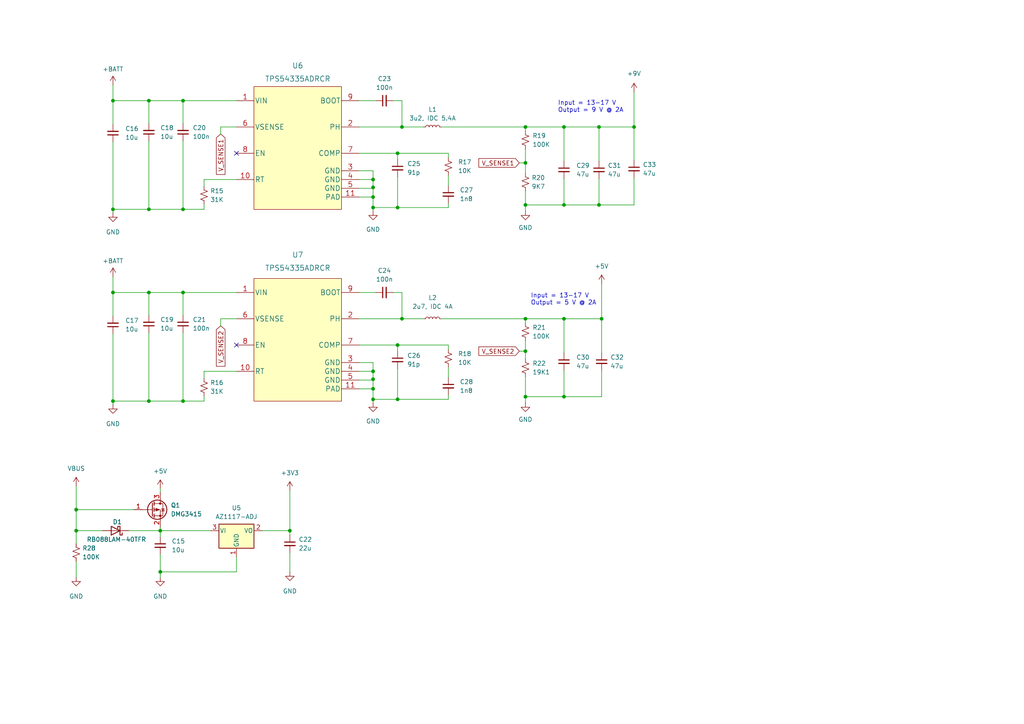
<source format=kicad_sch>
(kicad_sch (version 20211123) (generator eeschema)

  (uuid 4550a909-3508-4ac6-90a4-981b9b45847c)

  (paper "A4")

  (lib_symbols
    (symbol "Device:C_Small" (pin_numbers hide) (pin_names (offset 0.254) hide) (in_bom yes) (on_board yes)
      (property "Reference" "C" (id 0) (at 0.254 1.778 0)
        (effects (font (size 1.27 1.27)) (justify left))
      )
      (property "Value" "C_Small" (id 1) (at 0.254 -2.032 0)
        (effects (font (size 1.27 1.27)) (justify left))
      )
      (property "Footprint" "" (id 2) (at 0 0 0)
        (effects (font (size 1.27 1.27)) hide)
      )
      (property "Datasheet" "~" (id 3) (at 0 0 0)
        (effects (font (size 1.27 1.27)) hide)
      )
      (property "ki_keywords" "capacitor cap" (id 4) (at 0 0 0)
        (effects (font (size 1.27 1.27)) hide)
      )
      (property "ki_description" "Unpolarized capacitor, small symbol" (id 5) (at 0 0 0)
        (effects (font (size 1.27 1.27)) hide)
      )
      (property "ki_fp_filters" "C_*" (id 6) (at 0 0 0)
        (effects (font (size 1.27 1.27)) hide)
      )
      (symbol "C_Small_0_1"
        (polyline
          (pts
            (xy -1.524 -0.508)
            (xy 1.524 -0.508)
          )
          (stroke (width 0.3302) (type default) (color 0 0 0 0))
          (fill (type none))
        )
        (polyline
          (pts
            (xy -1.524 0.508)
            (xy 1.524 0.508)
          )
          (stroke (width 0.3048) (type default) (color 0 0 0 0))
          (fill (type none))
        )
      )
      (symbol "C_Small_1_1"
        (pin passive line (at 0 2.54 270) (length 2.032)
          (name "~" (effects (font (size 1.27 1.27))))
          (number "1" (effects (font (size 1.27 1.27))))
        )
        (pin passive line (at 0 -2.54 90) (length 2.032)
          (name "~" (effects (font (size 1.27 1.27))))
          (number "2" (effects (font (size 1.27 1.27))))
        )
      )
    )
    (symbol "Device:D_Schottky" (pin_numbers hide) (pin_names (offset 1.016) hide) (in_bom yes) (on_board yes)
      (property "Reference" "D" (id 0) (at 0 2.54 0)
        (effects (font (size 1.27 1.27)))
      )
      (property "Value" "D_Schottky" (id 1) (at 0 -2.54 0)
        (effects (font (size 1.27 1.27)))
      )
      (property "Footprint" "" (id 2) (at 0 0 0)
        (effects (font (size 1.27 1.27)) hide)
      )
      (property "Datasheet" "~" (id 3) (at 0 0 0)
        (effects (font (size 1.27 1.27)) hide)
      )
      (property "ki_keywords" "diode Schottky" (id 4) (at 0 0 0)
        (effects (font (size 1.27 1.27)) hide)
      )
      (property "ki_description" "Schottky diode" (id 5) (at 0 0 0)
        (effects (font (size 1.27 1.27)) hide)
      )
      (property "ki_fp_filters" "TO-???* *_Diode_* *SingleDiode* D_*" (id 6) (at 0 0 0)
        (effects (font (size 1.27 1.27)) hide)
      )
      (symbol "D_Schottky_0_1"
        (polyline
          (pts
            (xy 1.27 0)
            (xy -1.27 0)
          )
          (stroke (width 0) (type default) (color 0 0 0 0))
          (fill (type none))
        )
        (polyline
          (pts
            (xy 1.27 1.27)
            (xy 1.27 -1.27)
            (xy -1.27 0)
            (xy 1.27 1.27)
          )
          (stroke (width 0.254) (type default) (color 0 0 0 0))
          (fill (type none))
        )
        (polyline
          (pts
            (xy -1.905 0.635)
            (xy -1.905 1.27)
            (xy -1.27 1.27)
            (xy -1.27 -1.27)
            (xy -0.635 -1.27)
            (xy -0.635 -0.635)
          )
          (stroke (width 0.254) (type default) (color 0 0 0 0))
          (fill (type none))
        )
      )
      (symbol "D_Schottky_1_1"
        (pin passive line (at -3.81 0 0) (length 2.54)
          (name "K" (effects (font (size 1.27 1.27))))
          (number "1" (effects (font (size 1.27 1.27))))
        )
        (pin passive line (at 3.81 0 180) (length 2.54)
          (name "A" (effects (font (size 1.27 1.27))))
          (number "2" (effects (font (size 1.27 1.27))))
        )
      )
    )
    (symbol "Device:L_Small" (pin_numbers hide) (pin_names (offset 0.254) hide) (in_bom yes) (on_board yes)
      (property "Reference" "L" (id 0) (at 0.762 1.016 0)
        (effects (font (size 1.27 1.27)) (justify left))
      )
      (property "Value" "L_Small" (id 1) (at 0.762 -1.016 0)
        (effects (font (size 1.27 1.27)) (justify left))
      )
      (property "Footprint" "" (id 2) (at 0 0 0)
        (effects (font (size 1.27 1.27)) hide)
      )
      (property "Datasheet" "~" (id 3) (at 0 0 0)
        (effects (font (size 1.27 1.27)) hide)
      )
      (property "ki_keywords" "inductor choke coil reactor magnetic" (id 4) (at 0 0 0)
        (effects (font (size 1.27 1.27)) hide)
      )
      (property "ki_description" "Inductor, small symbol" (id 5) (at 0 0 0)
        (effects (font (size 1.27 1.27)) hide)
      )
      (property "ki_fp_filters" "Choke_* *Coil* Inductor_* L_*" (id 6) (at 0 0 0)
        (effects (font (size 1.27 1.27)) hide)
      )
      (symbol "L_Small_0_1"
        (arc (start 0 -2.032) (mid 0.508 -1.524) (end 0 -1.016)
          (stroke (width 0) (type default) (color 0 0 0 0))
          (fill (type none))
        )
        (arc (start 0 -1.016) (mid 0.508 -0.508) (end 0 0)
          (stroke (width 0) (type default) (color 0 0 0 0))
          (fill (type none))
        )
        (arc (start 0 0) (mid 0.508 0.508) (end 0 1.016)
          (stroke (width 0) (type default) (color 0 0 0 0))
          (fill (type none))
        )
        (arc (start 0 1.016) (mid 0.508 1.524) (end 0 2.032)
          (stroke (width 0) (type default) (color 0 0 0 0))
          (fill (type none))
        )
      )
      (symbol "L_Small_1_1"
        (pin passive line (at 0 2.54 270) (length 0.508)
          (name "~" (effects (font (size 1.27 1.27))))
          (number "1" (effects (font (size 1.27 1.27))))
        )
        (pin passive line (at 0 -2.54 90) (length 0.508)
          (name "~" (effects (font (size 1.27 1.27))))
          (number "2" (effects (font (size 1.27 1.27))))
        )
      )
    )
    (symbol "Device:R_Small_US" (pin_numbers hide) (pin_names (offset 0.254) hide) (in_bom yes) (on_board yes)
      (property "Reference" "R" (id 0) (at 0.762 0.508 0)
        (effects (font (size 1.27 1.27)) (justify left))
      )
      (property "Value" "R_Small_US" (id 1) (at 0.762 -1.016 0)
        (effects (font (size 1.27 1.27)) (justify left))
      )
      (property "Footprint" "" (id 2) (at 0 0 0)
        (effects (font (size 1.27 1.27)) hide)
      )
      (property "Datasheet" "~" (id 3) (at 0 0 0)
        (effects (font (size 1.27 1.27)) hide)
      )
      (property "ki_keywords" "r resistor" (id 4) (at 0 0 0)
        (effects (font (size 1.27 1.27)) hide)
      )
      (property "ki_description" "Resistor, small US symbol" (id 5) (at 0 0 0)
        (effects (font (size 1.27 1.27)) hide)
      )
      (property "ki_fp_filters" "R_*" (id 6) (at 0 0 0)
        (effects (font (size 1.27 1.27)) hide)
      )
      (symbol "R_Small_US_1_1"
        (polyline
          (pts
            (xy 0 0)
            (xy 1.016 -0.381)
            (xy 0 -0.762)
            (xy -1.016 -1.143)
            (xy 0 -1.524)
          )
          (stroke (width 0) (type default) (color 0 0 0 0))
          (fill (type none))
        )
        (polyline
          (pts
            (xy 0 1.524)
            (xy 1.016 1.143)
            (xy 0 0.762)
            (xy -1.016 0.381)
            (xy 0 0)
          )
          (stroke (width 0) (type default) (color 0 0 0 0))
          (fill (type none))
        )
        (pin passive line (at 0 2.54 270) (length 1.016)
          (name "~" (effects (font (size 1.27 1.27))))
          (number "1" (effects (font (size 1.27 1.27))))
        )
        (pin passive line (at 0 -2.54 90) (length 1.016)
          (name "~" (effects (font (size 1.27 1.27))))
          (number "2" (effects (font (size 1.27 1.27))))
        )
      )
    )
    (symbol "Regulator_Linear:AZ1117-ADJ" (pin_names (offset 0.254)) (in_bom yes) (on_board yes)
      (property "Reference" "U?" (id 0) (at 0 6.604 0)
        (effects (font (size 1.27 1.27)))
      )
      (property "Value" "AZ1117-ADJ" (id 1) (at 0 4.064 0)
        (effects (font (size 1.27 1.27)))
      )
      (property "Footprint" "Package_TO_SOT_SMD:SOT-223-3_TabPin2" (id 2) (at 0 6.35 0)
        (effects (font (size 1.27 1.27) italic) hide)
      )
      (property "Datasheet" "https://www.diodes.com/assets/Datasheets/AZ1117.pdf" (id 3) (at 0 0 0)
        (effects (font (size 1.27 1.27)) hide)
      )
      (property "ki_keywords" "Adjustable Voltage Regulator 1A Positive LDO" (id 4) (at 0 0 0)
        (effects (font (size 1.27 1.27)) hide)
      )
      (property "ki_description" "1A 20V Adjustable LDO Linear Regulator, SOT-89/SOT-223/TO-220/TO-252/TO-263" (id 5) (at 0 0 0)
        (effects (font (size 1.27 1.27)) hide)
      )
      (property "ki_fp_filters" "SOT?223* SOT?89* TO?220* TO?252* TO?263*" (id 6) (at 0 0 0)
        (effects (font (size 1.27 1.27)) hide)
      )
      (symbol "AZ1117-ADJ_0_1"
        (rectangle (start -5.08 1.905) (end 5.08 -5.08)
          (stroke (width 0.254) (type default) (color 0 0 0 0))
          (fill (type background))
        )
      )
      (symbol "AZ1117-ADJ_1_1"
        (pin input line (at 0 -7.62 90) (length 2.54)
          (name "GND" (effects (font (size 1.27 1.27))))
          (number "1" (effects (font (size 1.27 1.27))))
        )
        (pin power_out line (at 7.62 0 180) (length 2.54)
          (name "VO" (effects (font (size 1.27 1.27))))
          (number "2" (effects (font (size 1.27 1.27))))
        )
        (pin power_in line (at -7.62 0 0) (length 2.54)
          (name "VI" (effects (font (size 1.27 1.27))))
          (number "3" (effects (font (size 1.27 1.27))))
        )
      )
    )
    (symbol "TPS54335ADRCR:TPS54335ADRCR" (pin_names (offset 0.254)) (in_bom yes) (on_board yes)
      (property "Reference" "U?" (id 0) (at 0 23.622 0)
        (effects (font (size 1.524 1.524)))
      )
      (property "Value" "TPS54335ADRCR" (id 1) (at 0 19.812 0)
        (effects (font (size 1.524 1.524)))
      )
      (property "Footprint" "DRC0010J" (id 2) (at 0 -1.524 0)
        (effects (font (size 1.524 1.524)) hide)
      )
      (property "Datasheet" "" (id 3) (at 0 0 0)
        (effects (font (size 1.524 1.524)))
      )
      (property "ki_locked" "" (id 4) (at 0 0 0)
        (effects (font (size 1.27 1.27)))
      )
      (property "ki_fp_filters" "DRC0010J DRC0010J_NV" (id 5) (at 0 0 0)
        (effects (font (size 1.27 1.27)) hide)
      )
      (symbol "TPS54335ADRCR_1_1"
        (rectangle (start -12.7 16.764) (end 12.7 -18.796)
          (stroke (width 0) (type default) (color 0 0 0 0))
          (fill (type background))
        )
        (pin power_in line (at -17.78 12.7 0) (length 5.08)
          (name "VIN" (effects (font (size 1.4986 1.4986))))
          (number "1" (effects (font (size 1.4986 1.4986))))
        )
        (pin input line (at -17.78 -10.16 0) (length 5.08)
          (name "RT" (effects (font (size 1.4986 1.4986))))
          (number "10" (effects (font (size 1.4986 1.4986))))
        )
        (pin power_in line (at 17.78 -15.24 180) (length 5.08)
          (name "PAD" (effects (font (size 1.4986 1.4986))))
          (number "11" (effects (font (size 1.4986 1.4986))))
        )
        (pin power_in line (at 17.78 5.08 180) (length 5.08)
          (name "PH" (effects (font (size 1.4986 1.4986))))
          (number "2" (effects (font (size 1.4986 1.4986))))
        )
        (pin power_in line (at 17.78 -7.62 180) (length 5.08)
          (name "GND" (effects (font (size 1.4986 1.4986))))
          (number "3" (effects (font (size 1.4986 1.4986))))
        )
        (pin power_in line (at 17.78 -10.16 180) (length 5.08)
          (name "GND" (effects (font (size 1.4986 1.4986))))
          (number "4" (effects (font (size 1.4986 1.4986))))
        )
        (pin power_in line (at 17.78 -12.7 180) (length 5.08)
          (name "GND" (effects (font (size 1.4986 1.4986))))
          (number "5" (effects (font (size 1.4986 1.4986))))
        )
        (pin input line (at -17.78 5.08 0) (length 5.08)
          (name "VSENSE" (effects (font (size 1.4986 1.4986))))
          (number "6" (effects (font (size 1.4986 1.4986))))
        )
        (pin bidirectional line (at 17.78 -2.54 180) (length 5.08)
          (name "COMP" (effects (font (size 1.4986 1.4986))))
          (number "7" (effects (font (size 1.4986 1.4986))))
        )
        (pin input line (at -17.78 -2.54 0) (length 5.08)
          (name "EN" (effects (font (size 1.4986 1.4986))))
          (number "8" (effects (font (size 1.4986 1.4986))))
        )
        (pin power_in line (at 17.78 12.7 180) (length 5.08)
          (name "BOOT" (effects (font (size 1.4986 1.4986))))
          (number "9" (effects (font (size 1.4986 1.4986))))
        )
      )
    )
    (symbol "Transistor_FET:DMG2301L" (pin_names hide) (in_bom yes) (on_board yes)
      (property "Reference" "Q" (id 0) (at 5.08 1.905 0)
        (effects (font (size 1.27 1.27)) (justify left))
      )
      (property "Value" "DMG2301L" (id 1) (at 5.08 0 0)
        (effects (font (size 1.27 1.27)) (justify left))
      )
      (property "Footprint" "Package_TO_SOT_SMD:SOT-23" (id 2) (at 5.08 -1.905 0)
        (effects (font (size 1.27 1.27) italic) (justify left) hide)
      )
      (property "Datasheet" "https://www.diodes.com/assets/Datasheets/DMG2301L.pdf" (id 3) (at 0 0 0)
        (effects (font (size 1.27 1.27)) (justify left) hide)
      )
      (property "ki_keywords" "P-Channel MOSFET" (id 4) (at 0 0 0)
        (effects (font (size 1.27 1.27)) hide)
      )
      (property "ki_description" "-3A Id, -20V Vds, P-Channel MOSFET, SOT-23" (id 5) (at 0 0 0)
        (effects (font (size 1.27 1.27)) hide)
      )
      (property "ki_fp_filters" "SOT?23*" (id 6) (at 0 0 0)
        (effects (font (size 1.27 1.27)) hide)
      )
      (symbol "DMG2301L_0_1"
        (polyline
          (pts
            (xy 0.254 0)
            (xy -2.54 0)
          )
          (stroke (width 0) (type default) (color 0 0 0 0))
          (fill (type none))
        )
        (polyline
          (pts
            (xy 0.254 1.905)
            (xy 0.254 -1.905)
          )
          (stroke (width 0.254) (type default) (color 0 0 0 0))
          (fill (type none))
        )
        (polyline
          (pts
            (xy 0.762 -1.27)
            (xy 0.762 -2.286)
          )
          (stroke (width 0.254) (type default) (color 0 0 0 0))
          (fill (type none))
        )
        (polyline
          (pts
            (xy 0.762 0.508)
            (xy 0.762 -0.508)
          )
          (stroke (width 0.254) (type default) (color 0 0 0 0))
          (fill (type none))
        )
        (polyline
          (pts
            (xy 0.762 2.286)
            (xy 0.762 1.27)
          )
          (stroke (width 0.254) (type default) (color 0 0 0 0))
          (fill (type none))
        )
        (polyline
          (pts
            (xy 2.54 2.54)
            (xy 2.54 1.778)
          )
          (stroke (width 0) (type default) (color 0 0 0 0))
          (fill (type none))
        )
        (polyline
          (pts
            (xy 2.54 -2.54)
            (xy 2.54 0)
            (xy 0.762 0)
          )
          (stroke (width 0) (type default) (color 0 0 0 0))
          (fill (type none))
        )
        (polyline
          (pts
            (xy 0.762 1.778)
            (xy 3.302 1.778)
            (xy 3.302 -1.778)
            (xy 0.762 -1.778)
          )
          (stroke (width 0) (type default) (color 0 0 0 0))
          (fill (type none))
        )
        (polyline
          (pts
            (xy 2.286 0)
            (xy 1.27 0.381)
            (xy 1.27 -0.381)
            (xy 2.286 0)
          )
          (stroke (width 0) (type default) (color 0 0 0 0))
          (fill (type outline))
        )
        (polyline
          (pts
            (xy 2.794 -0.508)
            (xy 2.921 -0.381)
            (xy 3.683 -0.381)
            (xy 3.81 -0.254)
          )
          (stroke (width 0) (type default) (color 0 0 0 0))
          (fill (type none))
        )
        (polyline
          (pts
            (xy 3.302 -0.381)
            (xy 2.921 0.254)
            (xy 3.683 0.254)
            (xy 3.302 -0.381)
          )
          (stroke (width 0) (type default) (color 0 0 0 0))
          (fill (type none))
        )
        (circle (center 1.651 0) (radius 2.794)
          (stroke (width 0.254) (type default) (color 0 0 0 0))
          (fill (type none))
        )
        (circle (center 2.54 -1.778) (radius 0.254)
          (stroke (width 0) (type default) (color 0 0 0 0))
          (fill (type outline))
        )
        (circle (center 2.54 1.778) (radius 0.254)
          (stroke (width 0) (type default) (color 0 0 0 0))
          (fill (type outline))
        )
      )
      (symbol "DMG2301L_1_1"
        (pin input line (at -5.08 0 0) (length 2.54)
          (name "G" (effects (font (size 1.27 1.27))))
          (number "1" (effects (font (size 1.27 1.27))))
        )
        (pin passive line (at 2.54 -5.08 90) (length 2.54)
          (name "S" (effects (font (size 1.27 1.27))))
          (number "2" (effects (font (size 1.27 1.27))))
        )
        (pin passive line (at 2.54 5.08 270) (length 2.54)
          (name "D" (effects (font (size 1.27 1.27))))
          (number "3" (effects (font (size 1.27 1.27))))
        )
      )
    )
    (symbol "power:+3.3V" (power) (pin_names (offset 0)) (in_bom yes) (on_board yes)
      (property "Reference" "#PWR" (id 0) (at 0 -3.81 0)
        (effects (font (size 1.27 1.27)) hide)
      )
      (property "Value" "+3.3V" (id 1) (at 0 3.556 0)
        (effects (font (size 1.27 1.27)))
      )
      (property "Footprint" "" (id 2) (at 0 0 0)
        (effects (font (size 1.27 1.27)) hide)
      )
      (property "Datasheet" "" (id 3) (at 0 0 0)
        (effects (font (size 1.27 1.27)) hide)
      )
      (property "ki_keywords" "power-flag" (id 4) (at 0 0 0)
        (effects (font (size 1.27 1.27)) hide)
      )
      (property "ki_description" "Power symbol creates a global label with name \"+3.3V\"" (id 5) (at 0 0 0)
        (effects (font (size 1.27 1.27)) hide)
      )
      (symbol "+3.3V_0_1"
        (polyline
          (pts
            (xy -0.762 1.27)
            (xy 0 2.54)
          )
          (stroke (width 0) (type default) (color 0 0 0 0))
          (fill (type none))
        )
        (polyline
          (pts
            (xy 0 0)
            (xy 0 2.54)
          )
          (stroke (width 0) (type default) (color 0 0 0 0))
          (fill (type none))
        )
        (polyline
          (pts
            (xy 0 2.54)
            (xy 0.762 1.27)
          )
          (stroke (width 0) (type default) (color 0 0 0 0))
          (fill (type none))
        )
      )
      (symbol "+3.3V_1_1"
        (pin power_in line (at 0 0 90) (length 0) hide
          (name "+3V3" (effects (font (size 1.27 1.27))))
          (number "1" (effects (font (size 1.27 1.27))))
        )
      )
    )
    (symbol "power:+5V" (power) (pin_names (offset 0)) (in_bom yes) (on_board yes)
      (property "Reference" "#PWR" (id 0) (at 0 -3.81 0)
        (effects (font (size 1.27 1.27)) hide)
      )
      (property "Value" "+5V" (id 1) (at 0 3.556 0)
        (effects (font (size 1.27 1.27)))
      )
      (property "Footprint" "" (id 2) (at 0 0 0)
        (effects (font (size 1.27 1.27)) hide)
      )
      (property "Datasheet" "" (id 3) (at 0 0 0)
        (effects (font (size 1.27 1.27)) hide)
      )
      (property "ki_keywords" "power-flag" (id 4) (at 0 0 0)
        (effects (font (size 1.27 1.27)) hide)
      )
      (property "ki_description" "Power symbol creates a global label with name \"+5V\"" (id 5) (at 0 0 0)
        (effects (font (size 1.27 1.27)) hide)
      )
      (symbol "+5V_0_1"
        (polyline
          (pts
            (xy -0.762 1.27)
            (xy 0 2.54)
          )
          (stroke (width 0) (type default) (color 0 0 0 0))
          (fill (type none))
        )
        (polyline
          (pts
            (xy 0 0)
            (xy 0 2.54)
          )
          (stroke (width 0) (type default) (color 0 0 0 0))
          (fill (type none))
        )
        (polyline
          (pts
            (xy 0 2.54)
            (xy 0.762 1.27)
          )
          (stroke (width 0) (type default) (color 0 0 0 0))
          (fill (type none))
        )
      )
      (symbol "+5V_1_1"
        (pin power_in line (at 0 0 90) (length 0) hide
          (name "+5V" (effects (font (size 1.27 1.27))))
          (number "1" (effects (font (size 1.27 1.27))))
        )
      )
    )
    (symbol "power:+9V" (power) (pin_names (offset 0)) (in_bom yes) (on_board yes)
      (property "Reference" "#PWR" (id 0) (at 0 -3.81 0)
        (effects (font (size 1.27 1.27)) hide)
      )
      (property "Value" "+9V" (id 1) (at 0 3.556 0)
        (effects (font (size 1.27 1.27)))
      )
      (property "Footprint" "" (id 2) (at 0 0 0)
        (effects (font (size 1.27 1.27)) hide)
      )
      (property "Datasheet" "" (id 3) (at 0 0 0)
        (effects (font (size 1.27 1.27)) hide)
      )
      (property "ki_keywords" "power-flag" (id 4) (at 0 0 0)
        (effects (font (size 1.27 1.27)) hide)
      )
      (property "ki_description" "Power symbol creates a global label with name \"+9V\"" (id 5) (at 0 0 0)
        (effects (font (size 1.27 1.27)) hide)
      )
      (symbol "+9V_0_1"
        (polyline
          (pts
            (xy -0.762 1.27)
            (xy 0 2.54)
          )
          (stroke (width 0) (type default) (color 0 0 0 0))
          (fill (type none))
        )
        (polyline
          (pts
            (xy 0 0)
            (xy 0 2.54)
          )
          (stroke (width 0) (type default) (color 0 0 0 0))
          (fill (type none))
        )
        (polyline
          (pts
            (xy 0 2.54)
            (xy 0.762 1.27)
          )
          (stroke (width 0) (type default) (color 0 0 0 0))
          (fill (type none))
        )
      )
      (symbol "+9V_1_1"
        (pin power_in line (at 0 0 90) (length 0) hide
          (name "+9V" (effects (font (size 1.27 1.27))))
          (number "1" (effects (font (size 1.27 1.27))))
        )
      )
    )
    (symbol "power:+BATT" (power) (pin_names (offset 0)) (in_bom yes) (on_board yes)
      (property "Reference" "#PWR" (id 0) (at 0 -3.81 0)
        (effects (font (size 1.27 1.27)) hide)
      )
      (property "Value" "+BATT" (id 1) (at 0 3.556 0)
        (effects (font (size 1.27 1.27)))
      )
      (property "Footprint" "" (id 2) (at 0 0 0)
        (effects (font (size 1.27 1.27)) hide)
      )
      (property "Datasheet" "" (id 3) (at 0 0 0)
        (effects (font (size 1.27 1.27)) hide)
      )
      (property "ki_keywords" "power-flag battery" (id 4) (at 0 0 0)
        (effects (font (size 1.27 1.27)) hide)
      )
      (property "ki_description" "Power symbol creates a global label with name \"+BATT\"" (id 5) (at 0 0 0)
        (effects (font (size 1.27 1.27)) hide)
      )
      (symbol "+BATT_0_1"
        (polyline
          (pts
            (xy -0.762 1.27)
            (xy 0 2.54)
          )
          (stroke (width 0) (type default) (color 0 0 0 0))
          (fill (type none))
        )
        (polyline
          (pts
            (xy 0 0)
            (xy 0 2.54)
          )
          (stroke (width 0) (type default) (color 0 0 0 0))
          (fill (type none))
        )
        (polyline
          (pts
            (xy 0 2.54)
            (xy 0.762 1.27)
          )
          (stroke (width 0) (type default) (color 0 0 0 0))
          (fill (type none))
        )
      )
      (symbol "+BATT_1_1"
        (pin power_in line (at 0 0 90) (length 0) hide
          (name "+BATT" (effects (font (size 1.27 1.27))))
          (number "1" (effects (font (size 1.27 1.27))))
        )
      )
    )
    (symbol "power:GND" (power) (pin_names (offset 0)) (in_bom yes) (on_board yes)
      (property "Reference" "#PWR" (id 0) (at 0 -6.35 0)
        (effects (font (size 1.27 1.27)) hide)
      )
      (property "Value" "GND" (id 1) (at 0 -3.81 0)
        (effects (font (size 1.27 1.27)))
      )
      (property "Footprint" "" (id 2) (at 0 0 0)
        (effects (font (size 1.27 1.27)) hide)
      )
      (property "Datasheet" "" (id 3) (at 0 0 0)
        (effects (font (size 1.27 1.27)) hide)
      )
      (property "ki_keywords" "power-flag" (id 4) (at 0 0 0)
        (effects (font (size 1.27 1.27)) hide)
      )
      (property "ki_description" "Power symbol creates a global label with name \"GND\" , ground" (id 5) (at 0 0 0)
        (effects (font (size 1.27 1.27)) hide)
      )
      (symbol "GND_0_1"
        (polyline
          (pts
            (xy 0 0)
            (xy 0 -1.27)
            (xy 1.27 -1.27)
            (xy 0 -2.54)
            (xy -1.27 -1.27)
            (xy 0 -1.27)
          )
          (stroke (width 0) (type default) (color 0 0 0 0))
          (fill (type none))
        )
      )
      (symbol "GND_1_1"
        (pin power_in line (at 0 0 270) (length 0) hide
          (name "GND" (effects (font (size 1.27 1.27))))
          (number "1" (effects (font (size 1.27 1.27))))
        )
      )
    )
    (symbol "power:VBUS" (power) (pin_names (offset 0)) (in_bom yes) (on_board yes)
      (property "Reference" "#PWR" (id 0) (at 0 -3.81 0)
        (effects (font (size 1.27 1.27)) hide)
      )
      (property "Value" "VBUS" (id 1) (at 0 3.81 0)
        (effects (font (size 1.27 1.27)))
      )
      (property "Footprint" "" (id 2) (at 0 0 0)
        (effects (font (size 1.27 1.27)) hide)
      )
      (property "Datasheet" "" (id 3) (at 0 0 0)
        (effects (font (size 1.27 1.27)) hide)
      )
      (property "ki_keywords" "power-flag" (id 4) (at 0 0 0)
        (effects (font (size 1.27 1.27)) hide)
      )
      (property "ki_description" "Power symbol creates a global label with name \"VBUS\"" (id 5) (at 0 0 0)
        (effects (font (size 1.27 1.27)) hide)
      )
      (symbol "VBUS_0_1"
        (polyline
          (pts
            (xy -0.762 1.27)
            (xy 0 2.54)
          )
          (stroke (width 0) (type default) (color 0 0 0 0))
          (fill (type none))
        )
        (polyline
          (pts
            (xy 0 0)
            (xy 0 2.54)
          )
          (stroke (width 0) (type default) (color 0 0 0 0))
          (fill (type none))
        )
        (polyline
          (pts
            (xy 0 2.54)
            (xy 0.762 1.27)
          )
          (stroke (width 0) (type default) (color 0 0 0 0))
          (fill (type none))
        )
      )
      (symbol "VBUS_1_1"
        (pin power_in line (at 0 0 90) (length 0) hide
          (name "VBUS" (effects (font (size 1.27 1.27))))
          (number "1" (effects (font (size 1.27 1.27))))
        )
      )
    )
  )

  (junction (at 108.204 109.982) (diameter 0) (color 0 0 0 0)
    (uuid 0335035f-937f-4f54-b5ab-43430a59d5a1)
  )
  (junction (at 115.316 60.198) (diameter 0) (color 0 0 0 0)
    (uuid 0608c66e-7e86-4407-b4d4-7aa4ef2676cc)
  )
  (junction (at 152.4 47.244) (diameter 0) (color 0 0 0 0)
    (uuid 1f02e5f8-cc66-47fd-86e2-d29d106bd6e8)
  )
  (junction (at 116.586 92.456) (diameter 0) (color 0 0 0 0)
    (uuid 22d106f7-bc2c-4d08-9952-c1f91860aba1)
  )
  (junction (at 43.18 60.706) (diameter 0) (color 0 0 0 0)
    (uuid 2dc67470-d6ef-4cac-a637-372fb7993bca)
  )
  (junction (at 108.204 57.15) (diameter 0) (color 0 0 0 0)
    (uuid 323eb0cf-b722-4be7-9f07-4c77f3d2cc45)
  )
  (junction (at 32.766 29.21) (diameter 0) (color 0 0 0 0)
    (uuid 35d85a81-d355-4f57-a11b-a3b11233dc01)
  )
  (junction (at 183.896 36.83) (diameter 0) (color 0 0 0 0)
    (uuid 47888364-fb0f-4e15-bd67-35025bbe04ff)
  )
  (junction (at 53.086 29.21) (diameter 0) (color 0 0 0 0)
    (uuid 47f03845-f2c0-4bbc-b22c-a5ba4d41baa1)
  )
  (junction (at 163.576 36.83) (diameter 0) (color 0 0 0 0)
    (uuid 4dd6e0a5-57e4-45d4-93d0-3470f1bc107c)
  )
  (junction (at 108.204 54.356) (diameter 0) (color 0 0 0 0)
    (uuid 52ff0bfe-15a9-4476-b3cc-943e364fbc8a)
  )
  (junction (at 32.766 84.836) (diameter 0) (color 0 0 0 0)
    (uuid 593224e2-a4cd-4d2e-bdbb-a3cf2879ce13)
  )
  (junction (at 116.586 36.83) (diameter 0) (color 0 0 0 0)
    (uuid 5c02a85a-93e6-4b9a-98fc-89ab720e743d)
  )
  (junction (at 115.316 44.45) (diameter 0) (color 0 0 0 0)
    (uuid 6173ed91-5f03-46c6-ae8b-e03895be1d03)
  )
  (junction (at 152.4 92.456) (diameter 0) (color 0 0 0 0)
    (uuid 646cd012-16eb-4397-a568-9ebcbb03be3d)
  )
  (junction (at 46.482 153.924) (diameter 0) (color 0 0 0 0)
    (uuid 64dc090e-9b39-4f6c-b34f-f8549ac55154)
  )
  (junction (at 43.18 29.21) (diameter 0) (color 0 0 0 0)
    (uuid 69020597-a3ad-4642-bbe2-58087adbeb88)
  )
  (junction (at 53.086 84.836) (diameter 0) (color 0 0 0 0)
    (uuid 6979c537-7ceb-4cf8-a038-42d10b63c927)
  )
  (junction (at 163.576 92.456) (diameter 0) (color 0 0 0 0)
    (uuid 72c51fe7-27e7-48ec-a29b-c9057ea314a8)
  )
  (junction (at 43.18 84.836) (diameter 0) (color 0 0 0 0)
    (uuid 7ad5846c-1784-4379-9888-0a10f3595c71)
  )
  (junction (at 32.766 116.332) (diameter 0) (color 0 0 0 0)
    (uuid 7f34e519-4c1e-4ced-bf90-60337fbc6c8f)
  )
  (junction (at 115.316 115.824) (diameter 0) (color 0 0 0 0)
    (uuid 832c1fdc-077b-4d03-ba29-606d793befec)
  )
  (junction (at 43.18 116.332) (diameter 0) (color 0 0 0 0)
    (uuid 832ee9cb-7667-48e2-8399-d0ebc849b7eb)
  )
  (junction (at 108.204 112.776) (diameter 0) (color 0 0 0 0)
    (uuid 84eb791a-4925-49b5-8a2f-f61a6d89e668)
  )
  (junction (at 53.086 116.332) (diameter 0) (color 0 0 0 0)
    (uuid 85182116-7637-490d-9235-0a97e46edd07)
  )
  (junction (at 152.4 59.436) (diameter 0) (color 0 0 0 0)
    (uuid 892b0875-2090-42fd-9a82-7a1d69b328c6)
  )
  (junction (at 173.736 59.436) (diameter 0) (color 0 0 0 0)
    (uuid 91cc4ca0-08b2-4aa6-8a5f-8a0c6cd89295)
  )
  (junction (at 46.482 165.862) (diameter 0) (color 0 0 0 0)
    (uuid 93a6dd29-2c25-43a1-ac50-90ee71059ed3)
  )
  (junction (at 152.4 101.854) (diameter 0) (color 0 0 0 0)
    (uuid 94131b85-508c-4203-a379-fc9db216ccac)
  )
  (junction (at 84.074 153.924) (diameter 0) (color 0 0 0 0)
    (uuid 9ca63a60-ceb0-4c77-857e-0623cffa7f68)
  )
  (junction (at 108.204 107.696) (diameter 0) (color 0 0 0 0)
    (uuid a1397c97-45de-4f97-8da5-da0da98963ac)
  )
  (junction (at 32.766 60.706) (diameter 0) (color 0 0 0 0)
    (uuid a6d9ed90-3cac-4634-8994-adf2b6d20ae2)
  )
  (junction (at 152.4 115.062) (diameter 0) (color 0 0 0 0)
    (uuid a8b8b5c7-6700-49dd-9d01-b0b444c10dfc)
  )
  (junction (at 152.4 36.83) (diameter 0) (color 0 0 0 0)
    (uuid c1a12cbe-93eb-4242-b930-ea369c341c6c)
  )
  (junction (at 115.316 100.076) (diameter 0) (color 0 0 0 0)
    (uuid c23477a7-1da7-480a-9244-8c80368fde6d)
  )
  (junction (at 22.098 147.828) (diameter 0) (color 0 0 0 0)
    (uuid c43ebc68-3876-4c49-bf72-27a1f1984b77)
  )
  (junction (at 163.576 115.062) (diameter 0) (color 0 0 0 0)
    (uuid cbdcbb3d-c216-49c4-b583-ae8556277080)
  )
  (junction (at 174.498 92.456) (diameter 0) (color 0 0 0 0)
    (uuid d5fad3e6-f369-43f6-9013-6c2248727429)
  )
  (junction (at 108.204 52.07) (diameter 0) (color 0 0 0 0)
    (uuid d6b86dd8-aafa-4787-8f0f-4da788b51b8f)
  )
  (junction (at 108.204 60.198) (diameter 0) (color 0 0 0 0)
    (uuid d94c7b6e-5293-4bfe-b0ff-08b125eceece)
  )
  (junction (at 53.086 60.706) (diameter 0) (color 0 0 0 0)
    (uuid ed7d6aa1-bfe0-4765-825b-aadccf50a082)
  )
  (junction (at 22.098 153.924) (diameter 0) (color 0 0 0 0)
    (uuid efa0f77d-41bc-4b01-a0a8-aedd88523cdc)
  )
  (junction (at 108.204 115.824) (diameter 0) (color 0 0 0 0)
    (uuid f96ee964-95d5-4c6e-b2a8-65f96f318c48)
  )
  (junction (at 163.576 59.436) (diameter 0) (color 0 0 0 0)
    (uuid fa77c33c-ff50-4053-9117-57a0ad1a54a2)
  )
  (junction (at 173.736 36.83) (diameter 0) (color 0 0 0 0)
    (uuid fe78d720-f429-47b6-a995-726ca4e6ac96)
  )

  (no_connect (at 68.58 44.45) (uuid 333487ba-7e37-4ffa-af10-1cd072da1362))
  (no_connect (at 68.58 100.076) (uuid 5c574dd0-3230-486f-89c3-cd0954c563f9))

  (wire (pts (xy 108.204 112.776) (xy 108.204 115.824))
    (stroke (width 0) (type default) (color 0 0 0 0))
    (uuid 02c32e23-6efa-4265-8b8b-dcda708b04d6)
  )
  (wire (pts (xy 152.4 59.436) (xy 152.4 61.214))
    (stroke (width 0) (type default) (color 0 0 0 0))
    (uuid 06873386-45c5-4301-aa13-c1cc8bd5b1ba)
  )
  (wire (pts (xy 43.18 84.836) (xy 53.086 84.836))
    (stroke (width 0) (type default) (color 0 0 0 0))
    (uuid 07bcee17-4f4c-471d-bd62-035b890c9b18)
  )
  (wire (pts (xy 115.316 51.308) (xy 115.316 60.198))
    (stroke (width 0) (type default) (color 0 0 0 0))
    (uuid 08b65516-a8c1-4a4c-a9ae-0f26408b8ef2)
  )
  (wire (pts (xy 152.4 115.062) (xy 152.4 116.84))
    (stroke (width 0) (type default) (color 0 0 0 0))
    (uuid 08e90216-bb0a-43e5-8937-45b59790a66c)
  )
  (wire (pts (xy 59.182 109.728) (xy 59.182 107.696))
    (stroke (width 0) (type default) (color 0 0 0 0))
    (uuid 0a62a6de-271a-4c4e-8b2d-c5857dc5d801)
  )
  (wire (pts (xy 107.95 110.236) (xy 107.95 109.982))
    (stroke (width 0) (type default) (color 0 0 0 0))
    (uuid 0b8b4afd-5fa5-43d0-8494-bf1b0c3702ac)
  )
  (wire (pts (xy 32.766 96.774) (xy 32.766 116.332))
    (stroke (width 0) (type default) (color 0 0 0 0))
    (uuid 0ce5a691-2685-488c-8d0d-5798e41000bd)
  )
  (wire (pts (xy 183.896 36.83) (xy 183.896 46.482))
    (stroke (width 0) (type default) (color 0 0 0 0))
    (uuid 0d983ac1-ddf0-486d-86c0-059c763610ed)
  )
  (wire (pts (xy 22.098 147.828) (xy 38.862 147.828))
    (stroke (width 0) (type default) (color 0 0 0 0))
    (uuid 0e9a347e-daa1-4220-a756-831614766a71)
  )
  (wire (pts (xy 130.048 101.346) (xy 130.048 100.076))
    (stroke (width 0) (type default) (color 0 0 0 0))
    (uuid 0fcb54b8-7938-4657-8700-396c3231017e)
  )
  (wire (pts (xy 128.016 36.83) (xy 152.4 36.83))
    (stroke (width 0) (type default) (color 0 0 0 0))
    (uuid 11dffb61-1b47-4b0f-9d08-2bb7907c1ef0)
  )
  (wire (pts (xy 32.766 116.332) (xy 32.766 117.348))
    (stroke (width 0) (type default) (color 0 0 0 0))
    (uuid 147f1950-ab46-4ed2-8a8f-c102bfd9c095)
  )
  (wire (pts (xy 43.18 40.894) (xy 43.18 60.706))
    (stroke (width 0) (type default) (color 0 0 0 0))
    (uuid 14e915fc-1dc9-434e-b8d8-ff580b83cbc7)
  )
  (wire (pts (xy 43.18 29.21) (xy 53.086 29.21))
    (stroke (width 0) (type default) (color 0 0 0 0))
    (uuid 1887648c-57a2-4306-81dd-e06067afb113)
  )
  (wire (pts (xy 32.766 24.638) (xy 32.766 29.21))
    (stroke (width 0) (type default) (color 0 0 0 0))
    (uuid 1f47cb68-2c36-4929-8135-b8fe738e8cf9)
  )
  (wire (pts (xy 32.766 80.264) (xy 32.766 84.836))
    (stroke (width 0) (type default) (color 0 0 0 0))
    (uuid 20b4b302-e9c6-4414-b557-9542afc549f9)
  )
  (wire (pts (xy 130.048 114.554) (xy 130.048 115.824))
    (stroke (width 0) (type default) (color 0 0 0 0))
    (uuid 2223ca1e-e246-4c14-86a2-0833d5e45ac5)
  )
  (wire (pts (xy 115.316 106.934) (xy 115.316 115.824))
    (stroke (width 0) (type default) (color 0 0 0 0))
    (uuid 277b49e8-f85c-439c-8af4-0d09c59c3a07)
  )
  (wire (pts (xy 104.14 110.236) (xy 107.95 110.236))
    (stroke (width 0) (type default) (color 0 0 0 0))
    (uuid 298dd350-8fbb-4ade-8d7c-a4a79f669b2a)
  )
  (wire (pts (xy 46.482 153.924) (xy 60.96 153.924))
    (stroke (width 0) (type default) (color 0 0 0 0))
    (uuid 2ad119a6-4155-40ca-979d-c79df1ad63e7)
  )
  (wire (pts (xy 22.098 153.924) (xy 29.718 153.924))
    (stroke (width 0) (type default) (color 0 0 0 0))
    (uuid 2b867264-a698-4f2b-8fb2-7180ef1878f7)
  )
  (wire (pts (xy 37.338 153.924) (xy 46.482 153.924))
    (stroke (width 0) (type default) (color 0 0 0 0))
    (uuid 2dc58443-8150-4a68-90bc-0154f2dfde93)
  )
  (wire (pts (xy 163.576 46.736) (xy 163.576 36.83))
    (stroke (width 0) (type default) (color 0 0 0 0))
    (uuid 2e293fe7-75fb-49f9-95d1-09c19d5c5957)
  )
  (wire (pts (xy 152.4 55.372) (xy 152.4 59.436))
    (stroke (width 0) (type default) (color 0 0 0 0))
    (uuid 2f38839f-5706-4d9f-913b-6e7bbbbf5908)
  )
  (wire (pts (xy 108.204 60.198) (xy 108.204 61.214))
    (stroke (width 0) (type default) (color 0 0 0 0))
    (uuid 2f9fd023-6a99-4d1f-aee1-19c6659e175e)
  )
  (wire (pts (xy 183.896 26.67) (xy 183.896 36.83))
    (stroke (width 0) (type default) (color 0 0 0 0))
    (uuid 325374b9-2d56-4565-9f46-8b1731c139c8)
  )
  (wire (pts (xy 107.95 54.356) (xy 108.204 54.356))
    (stroke (width 0) (type default) (color 0 0 0 0))
    (uuid 32e527d1-2280-450a-a94a-0eca5b4f8771)
  )
  (wire (pts (xy 22.098 162.814) (xy 22.098 167.386))
    (stroke (width 0) (type default) (color 0 0 0 0))
    (uuid 3969cc9d-4050-4828-92ef-ebe9eb9272f5)
  )
  (wire (pts (xy 43.18 116.332) (xy 53.086 116.332))
    (stroke (width 0) (type default) (color 0 0 0 0))
    (uuid 3990ba51-cbe4-40df-807c-6a22d8fce576)
  )
  (wire (pts (xy 152.4 47.244) (xy 152.4 50.292))
    (stroke (width 0) (type default) (color 0 0 0 0))
    (uuid 3c7a925f-1296-4c93-b145-378bf828b620)
  )
  (wire (pts (xy 84.074 142.24) (xy 84.074 153.924))
    (stroke (width 0) (type default) (color 0 0 0 0))
    (uuid 4090ad36-eba3-4184-b899-6508876c15b7)
  )
  (wire (pts (xy 108.204 54.356) (xy 108.204 57.15))
    (stroke (width 0) (type default) (color 0 0 0 0))
    (uuid 411e25c6-509e-4a69-8e8a-9bd03173f2fe)
  )
  (wire (pts (xy 64.008 92.456) (xy 68.58 92.456))
    (stroke (width 0) (type default) (color 0 0 0 0))
    (uuid 44fbfe97-9e12-409a-b55e-cb654205b1e1)
  )
  (wire (pts (xy 32.766 29.21) (xy 32.766 36.068))
    (stroke (width 0) (type default) (color 0 0 0 0))
    (uuid 4594ef78-f30f-4cbb-99db-8f381766e651)
  )
  (wire (pts (xy 104.14 100.076) (xy 115.316 100.076))
    (stroke (width 0) (type default) (color 0 0 0 0))
    (uuid 49354161-df47-498c-9616-82ea8129dcc3)
  )
  (wire (pts (xy 104.14 49.53) (xy 108.204 49.53))
    (stroke (width 0) (type default) (color 0 0 0 0))
    (uuid 49709c29-3704-43d6-b702-bbb1a0ba66f5)
  )
  (wire (pts (xy 173.736 36.83) (xy 163.576 36.83))
    (stroke (width 0) (type default) (color 0 0 0 0))
    (uuid 49a29876-ac73-4cf3-83e0-c0b5593465b6)
  )
  (wire (pts (xy 115.316 100.076) (xy 115.316 101.854))
    (stroke (width 0) (type default) (color 0 0 0 0))
    (uuid 4a9c04d6-7f6f-41d5-8a37-bf46385657ab)
  )
  (wire (pts (xy 130.048 106.426) (xy 130.048 109.474))
    (stroke (width 0) (type default) (color 0 0 0 0))
    (uuid 4f52c4ab-39ff-4ee2-93ec-41bc64baaf54)
  )
  (wire (pts (xy 152.4 92.456) (xy 152.4 93.726))
    (stroke (width 0) (type default) (color 0 0 0 0))
    (uuid 4fc5b225-a4e7-49f4-a9aa-6224b34adb97)
  )
  (wire (pts (xy 32.766 60.706) (xy 43.18 60.706))
    (stroke (width 0) (type default) (color 0 0 0 0))
    (uuid 5133b2ba-9b4d-40cb-8e70-911de42bd044)
  )
  (wire (pts (xy 53.086 116.332) (xy 59.182 116.332))
    (stroke (width 0) (type default) (color 0 0 0 0))
    (uuid 53c3e95e-7dc1-4319-8641-03b4d3796be2)
  )
  (wire (pts (xy 130.048 60.198) (xy 115.316 60.198))
    (stroke (width 0) (type default) (color 0 0 0 0))
    (uuid 5788fb81-bb7e-46ab-a262-b83461ad4ade)
  )
  (wire (pts (xy 116.586 29.21) (xy 116.586 36.83))
    (stroke (width 0) (type default) (color 0 0 0 0))
    (uuid 5801a6af-dbb9-4906-9e5c-84c8b1b93196)
  )
  (wire (pts (xy 53.086 96.52) (xy 53.086 116.332))
    (stroke (width 0) (type default) (color 0 0 0 0))
    (uuid 5a25d4ea-a4bd-4b67-867f-77d3deda580a)
  )
  (wire (pts (xy 108.204 105.156) (xy 108.204 107.696))
    (stroke (width 0) (type default) (color 0 0 0 0))
    (uuid 5e03b147-1fdc-4f4c-a58b-57df78ff52c1)
  )
  (wire (pts (xy 32.766 41.148) (xy 32.766 60.706))
    (stroke (width 0) (type default) (color 0 0 0 0))
    (uuid 62fe61d7-5d16-492a-8407-138b3318b8ad)
  )
  (wire (pts (xy 163.576 107.442) (xy 163.576 115.062))
    (stroke (width 0) (type default) (color 0 0 0 0))
    (uuid 65f09f3d-93f5-45b3-b8eb-2d7e90b10404)
  )
  (wire (pts (xy 114.046 84.836) (xy 116.586 84.836))
    (stroke (width 0) (type default) (color 0 0 0 0))
    (uuid 67db9553-fa7a-47c1-b5b0-81c8eedc44be)
  )
  (wire (pts (xy 130.048 115.824) (xy 115.316 115.824))
    (stroke (width 0) (type default) (color 0 0 0 0))
    (uuid 68047792-ee30-44f0-8b50-1c233d35b342)
  )
  (wire (pts (xy 32.766 29.21) (xy 43.18 29.21))
    (stroke (width 0) (type default) (color 0 0 0 0))
    (uuid 68d0e3a7-ddc1-4a5a-9874-851dd4e122f3)
  )
  (wire (pts (xy 130.048 50.8) (xy 130.048 53.848))
    (stroke (width 0) (type default) (color 0 0 0 0))
    (uuid 6b88f812-b0ee-49a4-86bf-accea46f7a3e)
  )
  (wire (pts (xy 84.074 160.274) (xy 84.074 165.862))
    (stroke (width 0) (type default) (color 0 0 0 0))
    (uuid 6d1ad0dc-489f-45a3-b4fa-bd73ec0871a4)
  )
  (wire (pts (xy 22.098 153.924) (xy 22.098 157.734))
    (stroke (width 0) (type default) (color 0 0 0 0))
    (uuid 6d57bb8c-b133-4edc-b84f-253b51d7837f)
  )
  (wire (pts (xy 173.736 59.436) (xy 163.576 59.436))
    (stroke (width 0) (type default) (color 0 0 0 0))
    (uuid 6ea84702-59f8-41c6-a2a9-2004e9e74d6c)
  )
  (wire (pts (xy 43.18 91.44) (xy 43.18 84.836))
    (stroke (width 0) (type default) (color 0 0 0 0))
    (uuid 6ee382b7-efa1-4365-b1c8-7bb7dac43313)
  )
  (wire (pts (xy 173.736 36.83) (xy 173.736 46.736))
    (stroke (width 0) (type default) (color 0 0 0 0))
    (uuid 6f1671b2-3b09-4f18-bfd0-3ef96753a35d)
  )
  (wire (pts (xy 32.766 84.836) (xy 43.18 84.836))
    (stroke (width 0) (type default) (color 0 0 0 0))
    (uuid 709a9bc8-9b92-4760-8180-1df4e7436b15)
  )
  (wire (pts (xy 163.576 59.436) (xy 152.4 59.436))
    (stroke (width 0) (type default) (color 0 0 0 0))
    (uuid 79365e61-7e7c-4f84-9b07-5e61f9e6aeeb)
  )
  (wire (pts (xy 173.736 51.816) (xy 173.736 59.436))
    (stroke (width 0) (type default) (color 0 0 0 0))
    (uuid 7dc65098-bc55-40bc-a675-33b7b8f22969)
  )
  (wire (pts (xy 104.14 105.156) (xy 108.204 105.156))
    (stroke (width 0) (type default) (color 0 0 0 0))
    (uuid 7e257747-fb39-40cb-b4f3-7596ed499388)
  )
  (wire (pts (xy 32.766 60.706) (xy 32.766 61.722))
    (stroke (width 0) (type default) (color 0 0 0 0))
    (uuid 7ea590fa-e916-4759-804a-a310c67d9e1d)
  )
  (wire (pts (xy 53.086 29.21) (xy 68.58 29.21))
    (stroke (width 0) (type default) (color 0 0 0 0))
    (uuid 7efe101d-d70e-4bf5-b6b4-cc6541d01b20)
  )
  (wire (pts (xy 116.586 36.83) (xy 122.936 36.83))
    (stroke (width 0) (type default) (color 0 0 0 0))
    (uuid 807d9093-5a63-4713-b17d-62b724b25a1d)
  )
  (wire (pts (xy 174.498 102.362) (xy 174.498 92.456))
    (stroke (width 0) (type default) (color 0 0 0 0))
    (uuid 807dfed5-d21c-4dec-abc4-8bdb26ae5aca)
  )
  (wire (pts (xy 64.008 38.862) (xy 64.008 36.83))
    (stroke (width 0) (type default) (color 0 0 0 0))
    (uuid 81817b9e-a0dd-4edc-bfe3-172a971363fd)
  )
  (wire (pts (xy 104.14 92.456) (xy 116.586 92.456))
    (stroke (width 0) (type default) (color 0 0 0 0))
    (uuid 81c37bc3-c9c9-4b66-bfec-31fddf13526e)
  )
  (wire (pts (xy 53.086 84.836) (xy 68.58 84.836))
    (stroke (width 0) (type default) (color 0 0 0 0))
    (uuid 81f76c2e-989e-4180-94c4-727aa73691b5)
  )
  (wire (pts (xy 53.086 91.44) (xy 53.086 84.836))
    (stroke (width 0) (type default) (color 0 0 0 0))
    (uuid 83ca376a-0ffc-4ed3-84ec-d4ea2567f37a)
  )
  (wire (pts (xy 104.14 29.21) (xy 108.966 29.21))
    (stroke (width 0) (type default) (color 0 0 0 0))
    (uuid 840d0fb1-b5f1-438c-a5af-50929646ea29)
  )
  (wire (pts (xy 163.576 51.816) (xy 163.576 59.436))
    (stroke (width 0) (type default) (color 0 0 0 0))
    (uuid 85046b93-766a-4eb8-b21b-bdfb8e27736a)
  )
  (wire (pts (xy 46.482 160.782) (xy 46.482 165.862))
    (stroke (width 0) (type default) (color 0 0 0 0))
    (uuid 8517f2bb-80d8-480c-9fcc-9505667d7d1f)
  )
  (wire (pts (xy 43.18 60.706) (xy 53.086 60.706))
    (stroke (width 0) (type default) (color 0 0 0 0))
    (uuid 8675a069-9bec-4fb3-bccc-642898ce84d8)
  )
  (wire (pts (xy 108.204 115.824) (xy 108.204 116.84))
    (stroke (width 0) (type default) (color 0 0 0 0))
    (uuid 87c5e201-e320-4857-a748-d00ffab047c7)
  )
  (wire (pts (xy 104.14 54.61) (xy 107.95 54.61))
    (stroke (width 0) (type default) (color 0 0 0 0))
    (uuid 8a1b8fae-d2b2-438d-aa7e-4d4a8e2eceeb)
  )
  (wire (pts (xy 22.098 153.924) (xy 22.098 147.828))
    (stroke (width 0) (type default) (color 0 0 0 0))
    (uuid 8abebc01-ff36-49f4-83f3-fa9d1049f841)
  )
  (wire (pts (xy 115.316 115.824) (xy 108.204 115.824))
    (stroke (width 0) (type default) (color 0 0 0 0))
    (uuid 8bccae7e-cf71-4c25-9f5f-618d0ac3d731)
  )
  (wire (pts (xy 108.204 107.696) (xy 108.204 109.982))
    (stroke (width 0) (type default) (color 0 0 0 0))
    (uuid 8cfbc7a3-d9cc-4625-ad21-bc763e5e31cc)
  )
  (wire (pts (xy 108.204 109.982) (xy 108.204 112.776))
    (stroke (width 0) (type default) (color 0 0 0 0))
    (uuid 8f1b048e-0c44-4152-825f-8099452fc6e8)
  )
  (wire (pts (xy 116.586 84.836) (xy 116.586 92.456))
    (stroke (width 0) (type default) (color 0 0 0 0))
    (uuid 90aeea57-6e7e-4cf2-98e1-65c59384aa34)
  )
  (wire (pts (xy 128.016 92.456) (xy 152.4 92.456))
    (stroke (width 0) (type default) (color 0 0 0 0))
    (uuid 92f6b389-d4f3-4f5a-99c0-0680bbf9bc9b)
  )
  (wire (pts (xy 104.14 57.15) (xy 108.204 57.15))
    (stroke (width 0) (type default) (color 0 0 0 0))
    (uuid 94585ba5-8dc9-4784-8576-d8ccf6fead7b)
  )
  (wire (pts (xy 59.182 54.102) (xy 59.182 52.07))
    (stroke (width 0) (type default) (color 0 0 0 0))
    (uuid 94791806-16ee-4bb5-8624-98a830732bfc)
  )
  (wire (pts (xy 163.576 36.83) (xy 152.4 36.83))
    (stroke (width 0) (type default) (color 0 0 0 0))
    (uuid 95c0c279-4377-464a-bdef-4c043269e6fd)
  )
  (wire (pts (xy 116.586 92.456) (xy 122.936 92.456))
    (stroke (width 0) (type default) (color 0 0 0 0))
    (uuid 95dc6459-7045-471a-8660-68b374e9ca84)
  )
  (wire (pts (xy 59.182 107.696) (xy 68.58 107.696))
    (stroke (width 0) (type default) (color 0 0 0 0))
    (uuid 99ebaa5a-082d-4ea7-b907-dfe4aafaac4c)
  )
  (wire (pts (xy 152.4 36.83) (xy 152.4 38.1))
    (stroke (width 0) (type default) (color 0 0 0 0))
    (uuid 9bd735f0-4547-4f84-a9e9-1703811526b4)
  )
  (wire (pts (xy 76.2 153.924) (xy 84.074 153.924))
    (stroke (width 0) (type default) (color 0 0 0 0))
    (uuid 9c6aa83b-a34e-4567-8703-2921819a1cd5)
  )
  (wire (pts (xy 163.576 92.456) (xy 152.4 92.456))
    (stroke (width 0) (type default) (color 0 0 0 0))
    (uuid 9d684629-79dc-4f62-8ee5-616ab7491d7e)
  )
  (wire (pts (xy 53.086 35.814) (xy 53.086 29.21))
    (stroke (width 0) (type default) (color 0 0 0 0))
    (uuid 9d725607-ac2e-4241-92b4-2e199a5ad466)
  )
  (wire (pts (xy 152.4 109.22) (xy 152.4 115.062))
    (stroke (width 0) (type default) (color 0 0 0 0))
    (uuid 9f3255ae-cab7-4057-a264-0134bd7a62f1)
  )
  (wire (pts (xy 115.316 60.198) (xy 108.204 60.198))
    (stroke (width 0) (type default) (color 0 0 0 0))
    (uuid a114fef6-ddf7-4bd0-9e41-593b6c299653)
  )
  (wire (pts (xy 43.18 35.814) (xy 43.18 29.21))
    (stroke (width 0) (type default) (color 0 0 0 0))
    (uuid a190d0e1-b160-41ce-92f3-c7bc1a5b545e)
  )
  (wire (pts (xy 152.4 101.854) (xy 152.4 104.14))
    (stroke (width 0) (type default) (color 0 0 0 0))
    (uuid a77238f2-854f-408a-9808-93206609aa78)
  )
  (wire (pts (xy 108.204 49.53) (xy 108.204 52.07))
    (stroke (width 0) (type default) (color 0 0 0 0))
    (uuid a8aa73bb-836c-4eb8-9c6b-e3e6618d225b)
  )
  (wire (pts (xy 152.4 43.18) (xy 152.4 47.244))
    (stroke (width 0) (type default) (color 0 0 0 0))
    (uuid a8ee12bb-5c2f-405b-94b9-75df3ee183dd)
  )
  (wire (pts (xy 150.622 47.244) (xy 152.4 47.244))
    (stroke (width 0) (type default) (color 0 0 0 0))
    (uuid ace0c6bc-dc74-438f-a8cd-1e1faba3c48c)
  )
  (wire (pts (xy 130.048 58.928) (xy 130.048 60.198))
    (stroke (width 0) (type default) (color 0 0 0 0))
    (uuid ad0c2438-7c49-41ad-9903-f61b6b243152)
  )
  (wire (pts (xy 46.482 152.908) (xy 46.482 153.924))
    (stroke (width 0) (type default) (color 0 0 0 0))
    (uuid affdef73-963b-44c1-b399-70fd34816a04)
  )
  (wire (pts (xy 104.14 36.83) (xy 116.586 36.83))
    (stroke (width 0) (type default) (color 0 0 0 0))
    (uuid b0ac6e4f-a107-4085-9c61-1b14fd69f9ef)
  )
  (wire (pts (xy 183.896 51.562) (xy 183.896 59.436))
    (stroke (width 0) (type default) (color 0 0 0 0))
    (uuid b1c7fbd8-11c2-4487-be41-87e2c9db47d2)
  )
  (wire (pts (xy 108.204 52.07) (xy 108.204 54.356))
    (stroke (width 0) (type default) (color 0 0 0 0))
    (uuid b46323dc-d598-4fcc-8e5e-ff11bba3235e)
  )
  (wire (pts (xy 64.008 94.488) (xy 64.008 92.456))
    (stroke (width 0) (type default) (color 0 0 0 0))
    (uuid b596c7d9-cb42-4311-9ba0-f03ddade6c3d)
  )
  (wire (pts (xy 115.316 44.45) (xy 115.316 46.228))
    (stroke (width 0) (type default) (color 0 0 0 0))
    (uuid b619544e-75cf-478e-8657-689dfacdf970)
  )
  (wire (pts (xy 104.14 107.696) (xy 108.204 107.696))
    (stroke (width 0) (type default) (color 0 0 0 0))
    (uuid b6cb289c-9925-4389-8ebf-9f7575f95b4f)
  )
  (wire (pts (xy 32.766 116.332) (xy 43.18 116.332))
    (stroke (width 0) (type default) (color 0 0 0 0))
    (uuid b71c6263-8994-4acb-aac1-1ea2790e4308)
  )
  (wire (pts (xy 104.14 44.45) (xy 115.316 44.45))
    (stroke (width 0) (type default) (color 0 0 0 0))
    (uuid b779df0b-e072-4dd7-a9cc-ca2693defb4f)
  )
  (wire (pts (xy 130.048 100.076) (xy 115.316 100.076))
    (stroke (width 0) (type default) (color 0 0 0 0))
    (uuid ba841c89-d443-435b-a948-6e87a941ba40)
  )
  (wire (pts (xy 46.482 141.732) (xy 46.482 142.748))
    (stroke (width 0) (type default) (color 0 0 0 0))
    (uuid bdde963a-afbd-4438-9a53-e9de71421e7a)
  )
  (wire (pts (xy 46.482 153.924) (xy 46.482 155.702))
    (stroke (width 0) (type default) (color 0 0 0 0))
    (uuid be07678e-6fff-43b2-a322-6fbf3e5bac3b)
  )
  (wire (pts (xy 53.086 40.894) (xy 53.086 60.706))
    (stroke (width 0) (type default) (color 0 0 0 0))
    (uuid c1b5b9c5-7d18-4f65-a304-4a3ca018d828)
  )
  (wire (pts (xy 114.046 29.21) (xy 116.586 29.21))
    (stroke (width 0) (type default) (color 0 0 0 0))
    (uuid c318569f-8d76-46e2-9686-658d4337a5e7)
  )
  (wire (pts (xy 104.14 112.776) (xy 108.204 112.776))
    (stroke (width 0) (type default) (color 0 0 0 0))
    (uuid c33bbf15-b661-40d2-9fd5-ccab85e8b7da)
  )
  (wire (pts (xy 104.14 52.07) (xy 108.204 52.07))
    (stroke (width 0) (type default) (color 0 0 0 0))
    (uuid c341a272-bf45-42f8-a2b2-fc60f5bf3e4f)
  )
  (wire (pts (xy 104.14 84.836) (xy 108.966 84.836))
    (stroke (width 0) (type default) (color 0 0 0 0))
    (uuid c3b03b32-532a-40f3-ab8b-84c4c1cad6bf)
  )
  (wire (pts (xy 174.498 92.456) (xy 163.576 92.456))
    (stroke (width 0) (type default) (color 0 0 0 0))
    (uuid c4da8985-8598-4bbe-b2dd-9b1d1564cef1)
  )
  (wire (pts (xy 59.182 52.07) (xy 68.58 52.07))
    (stroke (width 0) (type default) (color 0 0 0 0))
    (uuid c509fa45-4d5a-40ec-a86d-9bc529113b85)
  )
  (wire (pts (xy 130.048 45.72) (xy 130.048 44.45))
    (stroke (width 0) (type default) (color 0 0 0 0))
    (uuid c70dab7b-3e12-4993-99a0-3efe6e7d59a9)
  )
  (wire (pts (xy 59.182 59.182) (xy 59.182 60.706))
    (stroke (width 0) (type default) (color 0 0 0 0))
    (uuid c8fc6b7f-0f99-499e-b5fd-a7ef8e443e73)
  )
  (wire (pts (xy 183.896 36.83) (xy 173.736 36.83))
    (stroke (width 0) (type default) (color 0 0 0 0))
    (uuid c96bf45a-f627-4dd1-9fde-720377a20081)
  )
  (wire (pts (xy 130.048 44.45) (xy 115.316 44.45))
    (stroke (width 0) (type default) (color 0 0 0 0))
    (uuid cf2fbdcb-4708-4af9-8766-af1a9593982a)
  )
  (wire (pts (xy 150.622 101.854) (xy 152.4 101.854))
    (stroke (width 0) (type default) (color 0 0 0 0))
    (uuid d05fd81b-78c9-456c-95b6-4bf3e4e51c09)
  )
  (wire (pts (xy 68.58 161.544) (xy 68.58 165.862))
    (stroke (width 0) (type default) (color 0 0 0 0))
    (uuid d6292f51-e772-408a-88fd-30f7fb7ecaed)
  )
  (wire (pts (xy 46.482 165.862) (xy 46.482 167.386))
    (stroke (width 0) (type default) (color 0 0 0 0))
    (uuid d915f4ec-cdea-441c-a087-981ff2d5ffcc)
  )
  (wire (pts (xy 53.086 60.706) (xy 59.182 60.706))
    (stroke (width 0) (type default) (color 0 0 0 0))
    (uuid d9941579-1f79-40bb-9fff-c3b41ddf2b4f)
  )
  (wire (pts (xy 107.95 54.61) (xy 107.95 54.356))
    (stroke (width 0) (type default) (color 0 0 0 0))
    (uuid dbad9444-9082-4f4a-a196-95b8e0d094e8)
  )
  (wire (pts (xy 32.766 84.836) (xy 32.766 91.694))
    (stroke (width 0) (type default) (color 0 0 0 0))
    (uuid dded76dc-1ed5-4350-bde7-9bd0699f40ef)
  )
  (wire (pts (xy 84.074 153.924) (xy 84.074 155.194))
    (stroke (width 0) (type default) (color 0 0 0 0))
    (uuid ddf8e68f-e2aa-4050-922a-b59b1f3fc04e)
  )
  (wire (pts (xy 174.498 82.296) (xy 174.498 92.456))
    (stroke (width 0) (type default) (color 0 0 0 0))
    (uuid e05b6674-bdaf-40e8-b226-62b095402f70)
  )
  (wire (pts (xy 174.498 107.442) (xy 174.498 115.062))
    (stroke (width 0) (type default) (color 0 0 0 0))
    (uuid e7a06492-8c67-4fc6-b3ca-b0415e31afb0)
  )
  (wire (pts (xy 22.098 140.97) (xy 22.098 147.828))
    (stroke (width 0) (type default) (color 0 0 0 0))
    (uuid e7a60416-c0d0-4b30-bff8-62049a3829ed)
  )
  (wire (pts (xy 107.95 109.982) (xy 108.204 109.982))
    (stroke (width 0) (type default) (color 0 0 0 0))
    (uuid ea2af1c7-c58b-4d03-b323-5450f4d5d82d)
  )
  (wire (pts (xy 64.008 36.83) (xy 68.58 36.83))
    (stroke (width 0) (type default) (color 0 0 0 0))
    (uuid ea62efa5-b119-4df1-9e40-b5ad6efc2bec)
  )
  (wire (pts (xy 163.576 102.362) (xy 163.576 92.456))
    (stroke (width 0) (type default) (color 0 0 0 0))
    (uuid eb80ffb2-1bc3-493d-9dda-32dc24cc12ed)
  )
  (wire (pts (xy 183.896 59.436) (xy 173.736 59.436))
    (stroke (width 0) (type default) (color 0 0 0 0))
    (uuid ed0083cb-983d-4add-ac0c-26ff098ca0bc)
  )
  (wire (pts (xy 43.18 96.52) (xy 43.18 116.332))
    (stroke (width 0) (type default) (color 0 0 0 0))
    (uuid f392e38f-ad2b-4aa1-bc1b-3afd96350bdd)
  )
  (wire (pts (xy 59.182 114.808) (xy 59.182 116.332))
    (stroke (width 0) (type default) (color 0 0 0 0))
    (uuid f7256924-63a8-4622-935e-fd8d04be2b0e)
  )
  (wire (pts (xy 163.576 115.062) (xy 152.4 115.062))
    (stroke (width 0) (type default) (color 0 0 0 0))
    (uuid f8f9241c-7ba1-4932-9ab5-abe34dd64552)
  )
  (wire (pts (xy 152.4 98.806) (xy 152.4 101.854))
    (stroke (width 0) (type default) (color 0 0 0 0))
    (uuid f949b1b4-c5cb-4557-a109-df40ec38643c)
  )
  (wire (pts (xy 68.58 165.862) (xy 46.482 165.862))
    (stroke (width 0) (type default) (color 0 0 0 0))
    (uuid f997ec90-19e5-49ea-a779-67927e5dc406)
  )
  (wire (pts (xy 108.204 57.15) (xy 108.204 60.198))
    (stroke (width 0) (type default) (color 0 0 0 0))
    (uuid fa1e496b-45d7-4cc3-ae64-9a6597b2e526)
  )
  (wire (pts (xy 174.498 115.062) (xy 163.576 115.062))
    (stroke (width 0) (type default) (color 0 0 0 0))
    (uuid fd491186-782d-4dee-86f7-a719f7bfdf77)
  )

  (text "Input = 13-17 V\nOutput = 9 V @ 2A" (at 161.798 32.766 0)
    (effects (font (size 1.27 1.27)) (justify left bottom))
    (uuid 830987ff-76cc-462d-b3b4-75d976293806)
  )
  (text "Input = 13-17 V\nOutput = 5 V @ 2A" (at 153.924 88.646 0)
    (effects (font (size 1.27 1.27)) (justify left bottom))
    (uuid 83d83113-206d-47e8-b93b-8d68f8f9d918)
  )

  (global_label "V_SENSE1" (shape input) (at 150.622 47.244 180) (fields_autoplaced)
    (effects (font (size 1.27 1.27)) (justify right))
    (uuid 1a464090-754f-4ee8-af25-13ceabe59875)
    (property "Intersheet References" "${INTERSHEET_REFS}" (id 0) (at 138.8956 47.1646 0)
      (effects (font (size 1.27 1.27)) (justify right) hide)
    )
  )
  (global_label "V_SENSE2" (shape input) (at 64.008 94.488 270) (fields_autoplaced)
    (effects (font (size 1.27 1.27)) (justify right))
    (uuid 6984d311-0e02-44f0-8366-431c7aed8dfa)
    (property "Intersheet References" "${INTERSHEET_REFS}" (id 0) (at 63.9286 106.2144 90)
      (effects (font (size 1.27 1.27)) (justify right) hide)
    )
  )
  (global_label "V_SENSE1" (shape input) (at 64.008 38.862 270) (fields_autoplaced)
    (effects (font (size 1.27 1.27)) (justify right))
    (uuid f6f7536e-98b0-4822-8b3d-145a5db49333)
    (property "Intersheet References" "${INTERSHEET_REFS}" (id 0) (at 63.9286 50.5884 90)
      (effects (font (size 1.27 1.27)) (justify right) hide)
    )
  )
  (global_label "V_SENSE2" (shape input) (at 150.622 101.854 180) (fields_autoplaced)
    (effects (font (size 1.27 1.27)) (justify right))
    (uuid f71e50c4-6787-40ed-a498-0f4b2a374e88)
    (property "Intersheet References" "${INTERSHEET_REFS}" (id 0) (at 138.8956 101.7746 0)
      (effects (font (size 1.27 1.27)) (justify right) hide)
    )
  )

  (symbol (lib_id "Device:C_Small") (at 173.736 49.276 0) (unit 1)
    (in_bom yes) (on_board yes) (fields_autoplaced)
    (uuid 0a3be76e-9e42-4cb3-a531-dc6f3bf7c88d)
    (property "Reference" "C31" (id 0) (at 176.276 48.0122 0)
      (effects (font (size 1.27 1.27)) (justify left))
    )
    (property "Value" "47u" (id 1) (at 176.276 50.5522 0)
      (effects (font (size 1.27 1.27)) (justify left))
    )
    (property "Footprint" "Capacitor_SMD:C_1210_3225Metric" (id 2) (at 173.736 49.276 0)
      (effects (font (size 1.27 1.27)) hide)
    )
    (property "Datasheet" "~" (id 3) (at 173.736 49.276 0)
      (effects (font (size 1.27 1.27)) hide)
    )
    (pin "1" (uuid 5bce039a-f61c-41af-8654-e1fbcadcbde3))
    (pin "2" (uuid 70d735ec-38a2-420d-8a7a-13f394e4982c))
  )

  (symbol (lib_id "power:GND") (at 46.482 167.386 0) (unit 1)
    (in_bom yes) (on_board yes) (fields_autoplaced)
    (uuid 0ab82d5b-667c-4b76-a4ab-0c4e65ee3582)
    (property "Reference" "#PWR060" (id 0) (at 46.482 173.736 0)
      (effects (font (size 1.27 1.27)) hide)
    )
    (property "Value" "GND" (id 1) (at 46.482 172.974 0))
    (property "Footprint" "" (id 2) (at 46.482 167.386 0)
      (effects (font (size 1.27 1.27)) hide)
    )
    (property "Datasheet" "" (id 3) (at 46.482 167.386 0)
      (effects (font (size 1.27 1.27)) hide)
    )
    (pin "1" (uuid b6d9454f-94ed-431e-abae-17ce0c81b247))
  )

  (symbol (lib_id "Device:C_Small") (at 174.498 104.902 0) (unit 1)
    (in_bom yes) (on_board yes) (fields_autoplaced)
    (uuid 0c1293c2-f4df-4a0f-b168-968b59f12f06)
    (property "Reference" "C32" (id 0) (at 177.038 103.6382 0)
      (effects (font (size 1.27 1.27)) (justify left))
    )
    (property "Value" "47u" (id 1) (at 177.038 106.1782 0)
      (effects (font (size 1.27 1.27)) (justify left))
    )
    (property "Footprint" "Capacitor_SMD:C_1210_3225Metric" (id 2) (at 174.498 104.902 0)
      (effects (font (size 1.27 1.27)) hide)
    )
    (property "Datasheet" "~" (id 3) (at 174.498 104.902 0)
      (effects (font (size 1.27 1.27)) hide)
    )
    (pin "1" (uuid 4b3413e5-ade7-4200-b839-5af0b0604e78))
    (pin "2" (uuid c5850e11-500c-4afe-a940-57198437c49b))
  )

  (symbol (lib_id "Device:C_Small") (at 53.086 38.354 180) (unit 1)
    (in_bom yes) (on_board yes) (fields_autoplaced)
    (uuid 11bddc89-f0f9-4d50-8122-69e29a8f2a16)
    (property "Reference" "C20" (id 0) (at 55.88 37.0775 0)
      (effects (font (size 1.27 1.27)) (justify right))
    )
    (property "Value" "100n" (id 1) (at 55.88 39.6175 0)
      (effects (font (size 1.27 1.27)) (justify right))
    )
    (property "Footprint" "Capacitor_SMD:C_0402_1005Metric" (id 2) (at 53.086 38.354 0)
      (effects (font (size 1.27 1.27)) hide)
    )
    (property "Datasheet" "~" (id 3) (at 53.086 38.354 0)
      (effects (font (size 1.27 1.27)) hide)
    )
    (pin "1" (uuid da665ee3-cbf7-413c-a17b-7ac25ea70a2b))
    (pin "2" (uuid aecb9eec-54d0-4baa-8a6d-26e559b6715f))
  )

  (symbol (lib_id "power:GND") (at 32.766 117.348 0) (unit 1)
    (in_bom yes) (on_board yes) (fields_autoplaced)
    (uuid 139e3bb1-b31b-4be1-9326-7c04835795ba)
    (property "Reference" "#PWR064" (id 0) (at 32.766 123.698 0)
      (effects (font (size 1.27 1.27)) hide)
    )
    (property "Value" "GND" (id 1) (at 32.766 122.936 0))
    (property "Footprint" "" (id 2) (at 32.766 117.348 0)
      (effects (font (size 1.27 1.27)) hide)
    )
    (property "Datasheet" "" (id 3) (at 32.766 117.348 0)
      (effects (font (size 1.27 1.27)) hide)
    )
    (pin "1" (uuid e869258f-30f8-46b8-87eb-8a5d07325e48))
  )

  (symbol (lib_id "power:GND") (at 152.4 116.84 0) (unit 1)
    (in_bom yes) (on_board yes) (fields_autoplaced)
    (uuid 2351ef7c-b03a-4d34-92a3-7a8ffa0e317d)
    (property "Reference" "#PWR070" (id 0) (at 152.4 123.19 0)
      (effects (font (size 1.27 1.27)) hide)
    )
    (property "Value" "GND" (id 1) (at 152.4 121.666 0))
    (property "Footprint" "" (id 2) (at 152.4 116.84 0)
      (effects (font (size 1.27 1.27)) hide)
    )
    (property "Datasheet" "" (id 3) (at 152.4 116.84 0)
      (effects (font (size 1.27 1.27)) hide)
    )
    (pin "1" (uuid 32916fa6-54c7-4ed1-b639-bda43173caf3))
  )

  (symbol (lib_id "power:+5V") (at 46.482 141.732 0) (unit 1)
    (in_bom yes) (on_board yes) (fields_autoplaced)
    (uuid 2c5f3129-e0cd-43fe-afad-b677bf741a53)
    (property "Reference" "#PWR0102" (id 0) (at 46.482 145.542 0)
      (effects (font (size 1.27 1.27)) hide)
    )
    (property "Value" "+5V" (id 1) (at 46.482 136.652 0))
    (property "Footprint" "" (id 2) (at 46.482 141.732 0)
      (effects (font (size 1.27 1.27)) hide)
    )
    (property "Datasheet" "" (id 3) (at 46.482 141.732 0)
      (effects (font (size 1.27 1.27)) hide)
    )
    (pin "1" (uuid 0241efd6-9329-48ae-8fe4-c21ea77b31b9))
  )

  (symbol (lib_id "Device:R_Small_US") (at 152.4 96.266 0) (unit 1)
    (in_bom yes) (on_board yes) (fields_autoplaced)
    (uuid 2d9735e5-7c19-4eef-9240-57f80e0f0022)
    (property "Reference" "R21" (id 0) (at 154.432 94.9959 0)
      (effects (font (size 1.27 1.27)) (justify left))
    )
    (property "Value" "100K" (id 1) (at 154.432 97.5359 0)
      (effects (font (size 1.27 1.27)) (justify left))
    )
    (property "Footprint" "Resistor_SMD:R_0201_0603Metric" (id 2) (at 152.4 96.266 0)
      (effects (font (size 1.27 1.27)) hide)
    )
    (property "Datasheet" "~" (id 3) (at 152.4 96.266 0)
      (effects (font (size 1.27 1.27)) hide)
    )
    (pin "1" (uuid 40b9274d-2d9b-4791-9e8e-9e5bee228e73))
    (pin "2" (uuid 3c71fdfe-79da-4103-a0e1-2d67289dcde2))
  )

  (symbol (lib_id "Device:L_Small") (at 125.476 36.83 90) (unit 1)
    (in_bom yes) (on_board yes) (fields_autoplaced)
    (uuid 31f0b97f-d270-4b47-b473-808b9bcd1150)
    (property "Reference" "L1" (id 0) (at 125.476 31.75 90))
    (property "Value" "3u2, IDC 5.4A" (id 1) (at 125.476 34.29 90))
    (property "Footprint" "Inductor_SMD:MDE0530-6R8M" (id 2) (at 125.476 36.83 0)
      (effects (font (size 1.27 1.27)) hide)
    )
    (property "Datasheet" "~" (id 3) (at 125.476 36.83 0)
      (effects (font (size 1.27 1.27)) hide)
    )
    (pin "1" (uuid 7009e696-6619-456e-9b80-7055a859417d))
    (pin "2" (uuid 206f18cf-82f8-4c32-a6b0-32625ebec009))
  )

  (symbol (lib_id "Device:C_Small") (at 130.048 56.388 0) (unit 1)
    (in_bom yes) (on_board yes) (fields_autoplaced)
    (uuid 38df485f-f771-420c-9114-21ea0cb0b9ae)
    (property "Reference" "C27" (id 0) (at 133.35 55.1242 0)
      (effects (font (size 1.27 1.27)) (justify left))
    )
    (property "Value" "1n8" (id 1) (at 133.35 57.6642 0)
      (effects (font (size 1.27 1.27)) (justify left))
    )
    (property "Footprint" "Capacitor_SMD:C_0603_1608Metric" (id 2) (at 130.048 56.388 0)
      (effects (font (size 1.27 1.27)) hide)
    )
    (property "Datasheet" "~" (id 3) (at 130.048 56.388 0)
      (effects (font (size 1.27 1.27)) hide)
    )
    (pin "1" (uuid 097a0922-ab6f-4e54-9653-6263d4f6c2d3))
    (pin "2" (uuid 7e9a17fa-1671-446d-b4f8-9eede4265b55))
  )

  (symbol (lib_id "power:+BATT") (at 32.766 24.638 0) (unit 1)
    (in_bom yes) (on_board yes) (fields_autoplaced)
    (uuid 3a717b8c-48bd-4ed3-abd5-e8f2aaab2618)
    (property "Reference" "#PWR061" (id 0) (at 32.766 28.448 0)
      (effects (font (size 1.27 1.27)) hide)
    )
    (property "Value" "+BATT" (id 1) (at 32.766 20.066 0))
    (property "Footprint" "" (id 2) (at 32.766 24.638 0)
      (effects (font (size 1.27 1.27)) hide)
    )
    (property "Datasheet" "" (id 3) (at 32.766 24.638 0)
      (effects (font (size 1.27 1.27)) hide)
    )
    (pin "1" (uuid 3df38aca-adfe-4967-adc2-e7f8f3aa2909))
  )

  (symbol (lib_id "power:GND") (at 108.204 116.84 0) (unit 1)
    (in_bom yes) (on_board yes) (fields_autoplaced)
    (uuid 3ba7dc3c-6994-41db-9c99-02a2380a3b4f)
    (property "Reference" "#PWR068" (id 0) (at 108.204 123.19 0)
      (effects (font (size 1.27 1.27)) hide)
    )
    (property "Value" "GND" (id 1) (at 108.204 122.174 0))
    (property "Footprint" "" (id 2) (at 108.204 116.84 0)
      (effects (font (size 1.27 1.27)) hide)
    )
    (property "Datasheet" "" (id 3) (at 108.204 116.84 0)
      (effects (font (size 1.27 1.27)) hide)
    )
    (pin "1" (uuid 6f1b794b-0bd9-419e-ad31-1d60738046a2))
  )

  (symbol (lib_id "power:+5V") (at 174.498 82.296 0) (unit 1)
    (in_bom yes) (on_board yes) (fields_autoplaced)
    (uuid 42fd0246-5402-4089-80b1-753dda40fed1)
    (property "Reference" "#PWR071" (id 0) (at 174.498 86.106 0)
      (effects (font (size 1.27 1.27)) hide)
    )
    (property "Value" "+5V" (id 1) (at 174.498 77.216 0))
    (property "Footprint" "" (id 2) (at 174.498 82.296 0)
      (effects (font (size 1.27 1.27)) hide)
    )
    (property "Datasheet" "" (id 3) (at 174.498 82.296 0)
      (effects (font (size 1.27 1.27)) hide)
    )
    (pin "1" (uuid 02f0a1f7-880c-46a4-95aa-b917553ff9da))
  )

  (symbol (lib_id "power:+3.3V") (at 84.074 142.24 0) (unit 1)
    (in_bom yes) (on_board yes) (fields_autoplaced)
    (uuid 455825da-c932-4c48-9c81-755e149f2347)
    (property "Reference" "#PWR065" (id 0) (at 84.074 146.05 0)
      (effects (font (size 1.27 1.27)) hide)
    )
    (property "Value" "+3.3V" (id 1) (at 84.074 137.16 0))
    (property "Footprint" "" (id 2) (at 84.074 142.24 0)
      (effects (font (size 1.27 1.27)) hide)
    )
    (property "Datasheet" "" (id 3) (at 84.074 142.24 0)
      (effects (font (size 1.27 1.27)) hide)
    )
    (pin "1" (uuid 51f49d9a-de9e-474e-9115-bd28f5ae76a9))
  )

  (symbol (lib_id "Device:R_Small_US") (at 130.048 48.26 0) (unit 1)
    (in_bom yes) (on_board yes) (fields_autoplaced)
    (uuid 5451ee76-12cc-4dc5-a574-2461b4536cbd)
    (property "Reference" "R17" (id 0) (at 132.842 46.9899 0)
      (effects (font (size 1.27 1.27)) (justify left))
    )
    (property "Value" "10K" (id 1) (at 132.842 49.5299 0)
      (effects (font (size 1.27 1.27)) (justify left))
    )
    (property "Footprint" "Resistor_SMD:R_0402_1005Metric" (id 2) (at 130.048 48.26 0)
      (effects (font (size 1.27 1.27)) hide)
    )
    (property "Datasheet" "~" (id 3) (at 130.048 48.26 0)
      (effects (font (size 1.27 1.27)) hide)
    )
    (pin "1" (uuid 29cd874c-ff24-4315-9956-b7252fc449f9))
    (pin "2" (uuid 83041494-5d1b-4ce8-843d-d76c3b6db5ca))
  )

  (symbol (lib_id "power:+BATT") (at 32.766 80.264 0) (unit 1)
    (in_bom yes) (on_board yes) (fields_autoplaced)
    (uuid 59992b14-b53b-4538-9575-a769bc98517f)
    (property "Reference" "#PWR063" (id 0) (at 32.766 84.074 0)
      (effects (font (size 1.27 1.27)) hide)
    )
    (property "Value" "+BATT" (id 1) (at 32.766 75.692 0))
    (property "Footprint" "" (id 2) (at 32.766 80.264 0)
      (effects (font (size 1.27 1.27)) hide)
    )
    (property "Datasheet" "" (id 3) (at 32.766 80.264 0)
      (effects (font (size 1.27 1.27)) hide)
    )
    (pin "1" (uuid 814cae23-6452-49df-a44e-798ae8299ef8))
  )

  (symbol (lib_id "Device:C_Small") (at 115.316 104.394 0) (unit 1)
    (in_bom yes) (on_board yes) (fields_autoplaced)
    (uuid 5c3d54bf-5465-42d9-b303-8c44a8474bae)
    (property "Reference" "C26" (id 0) (at 118.11 103.1302 0)
      (effects (font (size 1.27 1.27)) (justify left))
    )
    (property "Value" "91p" (id 1) (at 118.11 105.6702 0)
      (effects (font (size 1.27 1.27)) (justify left))
    )
    (property "Footprint" "Capacitor_SMD:C_0201_0603Metric" (id 2) (at 115.316 104.394 0)
      (effects (font (size 1.27 1.27)) hide)
    )
    (property "Datasheet" "~" (id 3) (at 115.316 104.394 0)
      (effects (font (size 1.27 1.27)) hide)
    )
    (pin "1" (uuid 62e7b5de-f305-4c37-aee8-0a406c4e3ee4))
    (pin "2" (uuid 44118485-9157-4d1f-a920-a9a54f14b2bb))
  )

  (symbol (lib_id "Device:C_Small") (at 46.482 158.242 0) (unit 1)
    (in_bom yes) (on_board yes) (fields_autoplaced)
    (uuid 5ee3ebc6-7976-4524-a0e2-1aaf4a33632e)
    (property "Reference" "C15" (id 0) (at 49.784 156.9782 0)
      (effects (font (size 1.27 1.27)) (justify left))
    )
    (property "Value" "10u" (id 1) (at 49.784 159.5182 0)
      (effects (font (size 1.27 1.27)) (justify left))
    )
    (property "Footprint" "Capacitor_SMD:C_0805_2012Metric" (id 2) (at 46.482 158.242 0)
      (effects (font (size 1.27 1.27)) hide)
    )
    (property "Datasheet" "~" (id 3) (at 46.482 158.242 0)
      (effects (font (size 1.27 1.27)) hide)
    )
    (pin "1" (uuid 6a78cc95-6a8d-490b-8546-cd7cc62745dc))
    (pin "2" (uuid 7d6c5239-9f90-4b86-ae57-8be9df0770cf))
  )

  (symbol (lib_id "Device:L_Small") (at 125.476 92.456 90) (unit 1)
    (in_bom yes) (on_board yes) (fields_autoplaced)
    (uuid 602355fa-aabd-4499-be47-cdb77c605660)
    (property "Reference" "L2" (id 0) (at 125.476 86.36 90))
    (property "Value" "2u7, IDC 4A" (id 1) (at 125.476 88.9 90))
    (property "Footprint" "Inductor_SMD:MDE0530-6R8M" (id 2) (at 125.476 92.456 0)
      (effects (font (size 1.27 1.27)) hide)
    )
    (property "Datasheet" "~" (id 3) (at 125.476 92.456 0)
      (effects (font (size 1.27 1.27)) hide)
    )
    (pin "1" (uuid 9f56ce69-d87a-407a-a140-bf81620ec438))
    (pin "2" (uuid aac49f77-4c13-4e26-93e4-c74f1f966992))
  )

  (symbol (lib_id "Device:C_Small") (at 32.766 38.608 180) (unit 1)
    (in_bom yes) (on_board yes) (fields_autoplaced)
    (uuid 61551c4c-dd32-416c-ba8f-6c477fcc4309)
    (property "Reference" "C16" (id 0) (at 36.322 37.3315 0)
      (effects (font (size 1.27 1.27)) (justify right))
    )
    (property "Value" "10u" (id 1) (at 36.322 39.8715 0)
      (effects (font (size 1.27 1.27)) (justify right))
    )
    (property "Footprint" "Capacitor_SMD:C_0805_2012Metric" (id 2) (at 32.766 38.608 0)
      (effects (font (size 1.27 1.27)) hide)
    )
    (property "Datasheet" "~" (id 3) (at 32.766 38.608 0)
      (effects (font (size 1.27 1.27)) hide)
    )
    (pin "1" (uuid d56d4b8e-46c9-4a96-9eaa-08b6c5131783))
    (pin "2" (uuid 6b4ad8d1-0cdd-4c0b-98c0-54694e61a12e))
  )

  (symbol (lib_id "power:GND") (at 32.766 61.722 0) (unit 1)
    (in_bom yes) (on_board yes) (fields_autoplaced)
    (uuid 6851095f-6928-4931-af2e-9938a1b07a79)
    (property "Reference" "#PWR062" (id 0) (at 32.766 68.072 0)
      (effects (font (size 1.27 1.27)) hide)
    )
    (property "Value" "GND" (id 1) (at 32.766 67.31 0))
    (property "Footprint" "" (id 2) (at 32.766 61.722 0)
      (effects (font (size 1.27 1.27)) hide)
    )
    (property "Datasheet" "" (id 3) (at 32.766 61.722 0)
      (effects (font (size 1.27 1.27)) hide)
    )
    (pin "1" (uuid 19ed0ff5-4642-4608-b922-942d4b814fed))
  )

  (symbol (lib_id "Device:C_Small") (at 130.048 112.014 0) (unit 1)
    (in_bom yes) (on_board yes) (fields_autoplaced)
    (uuid 68e0f51f-a8fa-4105-85ba-efbdd67092c1)
    (property "Reference" "C28" (id 0) (at 133.35 110.7502 0)
      (effects (font (size 1.27 1.27)) (justify left))
    )
    (property "Value" "1n8" (id 1) (at 133.35 113.2902 0)
      (effects (font (size 1.27 1.27)) (justify left))
    )
    (property "Footprint" "Capacitor_SMD:C_0603_1608Metric" (id 2) (at 130.048 112.014 0)
      (effects (font (size 1.27 1.27)) hide)
    )
    (property "Datasheet" "~" (id 3) (at 130.048 112.014 0)
      (effects (font (size 1.27 1.27)) hide)
    )
    (pin "1" (uuid 2c4e1e59-2729-407e-8a25-5e0b282154f7))
    (pin "2" (uuid 8e989943-d1ec-454f-b1c5-056611c4cc40))
  )

  (symbol (lib_id "Device:D_Schottky") (at 33.528 153.924 180) (unit 1)
    (in_bom yes) (on_board yes)
    (uuid 6d0978c6-9f72-4a06-a147-fb1b45fa93dc)
    (property "Reference" "D1" (id 0) (at 34.036 151.384 0))
    (property "Value" "RB088LAM-40TFR" (id 1) (at 33.782 156.464 0))
    (property "Footprint" "Diode_SMD:D_SOD-123" (id 2) (at 33.528 153.924 0)
      (effects (font (size 1.27 1.27)) hide)
    )
    (property "Datasheet" "~" (id 3) (at 33.528 153.924 0)
      (effects (font (size 1.27 1.27)) hide)
    )
    (pin "1" (uuid f8d2d50e-fcef-4d34-9490-719165b10b6b))
    (pin "2" (uuid b1704a46-b3e9-4310-8dab-f188015f7313))
  )

  (symbol (lib_id "Device:C_Small") (at 111.506 29.21 90) (mirror x) (unit 1)
    (in_bom yes) (on_board yes) (fields_autoplaced)
    (uuid 6f2d446a-0166-4dcf-bb9e-9946e73e6a37)
    (property "Reference" "C23" (id 0) (at 111.5123 22.86 90))
    (property "Value" "100n" (id 1) (at 111.5123 25.4 90))
    (property "Footprint" "Capacitor_SMD:C_0402_1005Metric" (id 2) (at 111.506 29.21 0)
      (effects (font (size 1.27 1.27)) hide)
    )
    (property "Datasheet" "~" (id 3) (at 111.506 29.21 0)
      (effects (font (size 1.27 1.27)) hide)
    )
    (pin "1" (uuid 2ae600e9-de50-46de-8a4c-0bfd55954e67))
    (pin "2" (uuid efe2c735-2b97-4f16-8f14-e37a2097a861))
  )

  (symbol (lib_id "Device:C_Small") (at 183.896 49.022 0) (unit 1)
    (in_bom yes) (on_board yes) (fields_autoplaced)
    (uuid 6fd44004-5fae-425c-b4a1-76a167f5a665)
    (property "Reference" "C33" (id 0) (at 186.436 47.7582 0)
      (effects (font (size 1.27 1.27)) (justify left))
    )
    (property "Value" "47u" (id 1) (at 186.436 50.2982 0)
      (effects (font (size 1.27 1.27)) (justify left))
    )
    (property "Footprint" "Capacitor_SMD:C_1210_3225Metric" (id 2) (at 183.896 49.022 0)
      (effects (font (size 1.27 1.27)) hide)
    )
    (property "Datasheet" "~" (id 3) (at 183.896 49.022 0)
      (effects (font (size 1.27 1.27)) hide)
    )
    (pin "1" (uuid 12595af4-7e68-45c6-a3bf-a524d5755a27))
    (pin "2" (uuid fe949d81-3cb8-4c98-b844-be1e86f80bd2))
  )

  (symbol (lib_id "power:+9V") (at 183.896 26.67 0) (unit 1)
    (in_bom yes) (on_board yes) (fields_autoplaced)
    (uuid 72dd65ff-def0-4417-b818-f9013b0f8fd0)
    (property "Reference" "#PWR072" (id 0) (at 183.896 30.48 0)
      (effects (font (size 1.27 1.27)) hide)
    )
    (property "Value" "+9V" (id 1) (at 183.896 21.336 0))
    (property "Footprint" "" (id 2) (at 183.896 26.67 0)
      (effects (font (size 1.27 1.27)) hide)
    )
    (property "Datasheet" "" (id 3) (at 183.896 26.67 0)
      (effects (font (size 1.27 1.27)) hide)
    )
    (pin "1" (uuid 4aa28fd3-9ec7-40f8-bf0c-958a2d12f6e4))
  )

  (symbol (lib_id "power:GND") (at 22.098 167.386 0) (unit 1)
    (in_bom yes) (on_board yes) (fields_autoplaced)
    (uuid 78e8d1b4-3c8c-4e03-bc7c-a187c18d4751)
    (property "Reference" "#PWR0101" (id 0) (at 22.098 173.736 0)
      (effects (font (size 1.27 1.27)) hide)
    )
    (property "Value" "GND" (id 1) (at 22.098 172.974 0))
    (property "Footprint" "" (id 2) (at 22.098 167.386 0)
      (effects (font (size 1.27 1.27)) hide)
    )
    (property "Datasheet" "" (id 3) (at 22.098 167.386 0)
      (effects (font (size 1.27 1.27)) hide)
    )
    (pin "1" (uuid bdc31f4c-c84c-4728-aa3e-d8ace7260ece))
  )

  (symbol (lib_id "Regulator_Linear:AZ1117-ADJ") (at 68.58 153.924 0) (unit 1)
    (in_bom yes) (on_board yes) (fields_autoplaced)
    (uuid 7bb00923-bafe-47bd-b630-a1f534373751)
    (property "Reference" "U5" (id 0) (at 68.58 147.32 0))
    (property "Value" "AZ1117-ADJ" (id 1) (at 68.58 149.86 0))
    (property "Footprint" "Package_TO_SOT_SMD:SOT-223-3_TabPin2" (id 2) (at 68.58 147.574 0)
      (effects (font (size 1.27 1.27) italic) hide)
    )
    (property "Datasheet" "https://www.diodes.com/assets/Datasheets/AZ1117.pdf" (id 3) (at 68.58 153.924 0)
      (effects (font (size 1.27 1.27)) hide)
    )
    (pin "1" (uuid 8e77d32c-f392-43e2-a505-b1cbff5828be))
    (pin "2" (uuid 4da10015-aad8-4e16-80b8-a165818a9785))
    (pin "3" (uuid 2f2be360-41ef-4cc2-8a38-c8645b527f51))
  )

  (symbol (lib_id "Transistor_FET:DMG2301L") (at 43.942 147.828 0) (unit 1)
    (in_bom yes) (on_board yes) (fields_autoplaced)
    (uuid 86b3ecc5-4919-498e-a5fc-2c1b3a23f15b)
    (property "Reference" "Q1" (id 0) (at 49.53 146.5579 0)
      (effects (font (size 1.27 1.27)) (justify left))
    )
    (property "Value" "DMG3415" (id 1) (at 49.53 149.0979 0)
      (effects (font (size 1.27 1.27)) (justify left))
    )
    (property "Footprint" "Package_TO_SOT_SMD:SOT-23" (id 2) (at 49.022 149.733 0)
      (effects (font (size 1.27 1.27) italic) (justify left) hide)
    )
    (property "Datasheet" "https://www.diodes.com/assets/Datasheets/DMG2301L.pdf" (id 3) (at 43.942 147.828 0)
      (effects (font (size 1.27 1.27)) (justify left) hide)
    )
    (pin "1" (uuid aea734c7-e0cb-4774-8d68-2b2c56b38b83))
    (pin "2" (uuid 1c125878-f3f7-4c6f-a12a-8f682e0b39ea))
    (pin "3" (uuid e7dfaf12-5663-403e-b5a3-586865df3607))
  )

  (symbol (lib_id "Device:C_Small") (at 163.576 49.276 0) (unit 1)
    (in_bom yes) (on_board yes) (fields_autoplaced)
    (uuid 89671a19-fb10-4d10-81da-5076c448043b)
    (property "Reference" "C29" (id 0) (at 167.132 48.0122 0)
      (effects (font (size 1.27 1.27)) (justify left))
    )
    (property "Value" "47u" (id 1) (at 167.132 50.5522 0)
      (effects (font (size 1.27 1.27)) (justify left))
    )
    (property "Footprint" "Capacitor_SMD:C_1210_3225Metric" (id 2) (at 163.576 49.276 0)
      (effects (font (size 1.27 1.27)) hide)
    )
    (property "Datasheet" "~" (id 3) (at 163.576 49.276 0)
      (effects (font (size 1.27 1.27)) hide)
    )
    (pin "1" (uuid 49230ada-1117-423c-8170-21098a81e3e4))
    (pin "2" (uuid 18597a52-a706-469c-b227-42380e9b94bf))
  )

  (symbol (lib_id "Device:C_Small") (at 111.506 84.836 90) (unit 1)
    (in_bom yes) (on_board yes) (fields_autoplaced)
    (uuid 8998c368-4af0-4520-bfe0-17a558e9d102)
    (property "Reference" "C24" (id 0) (at 111.5123 78.486 90))
    (property "Value" "100n" (id 1) (at 111.5123 81.026 90))
    (property "Footprint" "Capacitor_SMD:C_0402_1005Metric" (id 2) (at 111.506 84.836 0)
      (effects (font (size 1.27 1.27)) hide)
    )
    (property "Datasheet" "~" (id 3) (at 111.506 84.836 0)
      (effects (font (size 1.27 1.27)) hide)
    )
    (pin "1" (uuid 00d1c433-8e80-4ecd-b499-3ef3179d28c0))
    (pin "2" (uuid a5d2f361-c363-4276-b715-9892b73d8963))
  )

  (symbol (lib_id "TPS54335ADRCR:TPS54335ADRCR") (at 86.36 41.91 0) (unit 1)
    (in_bom yes) (on_board yes) (fields_autoplaced)
    (uuid 89bcddda-8ab5-4b3c-b81d-8cb8c9426939)
    (property "Reference" "U6" (id 0) (at 86.36 19.05 0)
      (effects (font (size 1.524 1.524)))
    )
    (property "Value" "TPS54335ADRCR" (id 1) (at 86.36 22.86 0)
      (effects (font (size 1.524 1.524)))
    )
    (property "Footprint" "TPS54335ADRC:TPS54335ADRCR" (id 2) (at 86.36 43.434 0)
      (effects (font (size 1.524 1.524)) hide)
    )
    (property "Datasheet" "" (id 3) (at 86.36 41.91 0)
      (effects (font (size 1.524 1.524)))
    )
    (pin "1" (uuid 32f4d402-2b29-49a4-a625-87d0769eaa98))
    (pin "10" (uuid a4cf43b1-7a2c-4d0e-95ce-49d2e0362a57))
    (pin "11" (uuid 2a67034c-e2b5-4cd6-b9f0-cba2bec677f9))
    (pin "2" (uuid 2d1808bd-4b09-4605-985e-d3df41d57a5b))
    (pin "3" (uuid 298aca2d-4fbc-43ed-b32b-ebd91a0bb5e6))
    (pin "4" (uuid ff5c4004-a398-4d3a-a925-d00217bc60fd))
    (pin "5" (uuid caec1967-9588-43b4-a1e2-33e13f8b2e90))
    (pin "6" (uuid 332a9acc-e6f0-4218-bfe9-496478c8fb2a))
    (pin "7" (uuid 1495aea1-8fe7-4130-a6d5-97a4bd89345b))
    (pin "8" (uuid aa9d795c-e0f1-45c3-b8a8-87851cda2423))
    (pin "9" (uuid 5c339915-97da-45e5-a813-708dbb0d34d5))
  )

  (symbol (lib_id "Device:C_Small") (at 53.086 93.98 180) (unit 1)
    (in_bom yes) (on_board yes) (fields_autoplaced)
    (uuid a73aa5fe-760c-482e-8675-f8e96d3d7f33)
    (property "Reference" "C21" (id 0) (at 55.88 92.7035 0)
      (effects (font (size 1.27 1.27)) (justify right))
    )
    (property "Value" "100n" (id 1) (at 55.88 95.2435 0)
      (effects (font (size 1.27 1.27)) (justify right))
    )
    (property "Footprint" "Capacitor_SMD:C_0402_1005Metric" (id 2) (at 53.086 93.98 0)
      (effects (font (size 1.27 1.27)) hide)
    )
    (property "Datasheet" "~" (id 3) (at 53.086 93.98 0)
      (effects (font (size 1.27 1.27)) hide)
    )
    (pin "1" (uuid b7ba3c7d-08a1-4bc7-8f44-a186f41ed2f2))
    (pin "2" (uuid f81b67c6-32ba-4e05-a976-a6d1d85a51fd))
  )

  (symbol (lib_id "power:VBUS") (at 22.098 140.97 0) (unit 1)
    (in_bom yes) (on_board yes) (fields_autoplaced)
    (uuid ae3ca504-a6b6-405e-9b82-73b13497584d)
    (property "Reference" "#PWR059" (id 0) (at 22.098 144.78 0)
      (effects (font (size 1.27 1.27)) hide)
    )
    (property "Value" "VBUS" (id 1) (at 22.098 135.89 0))
    (property "Footprint" "" (id 2) (at 22.098 140.97 0)
      (effects (font (size 1.27 1.27)) hide)
    )
    (property "Datasheet" "" (id 3) (at 22.098 140.97 0)
      (effects (font (size 1.27 1.27)) hide)
    )
    (pin "1" (uuid 9e926100-7be4-4d5e-8a66-be62d46fa36e))
  )

  (symbol (lib_id "Device:R_Small_US") (at 152.4 40.64 0) (unit 1)
    (in_bom yes) (on_board yes) (fields_autoplaced)
    (uuid b64430c4-9102-4dcd-93ae-3eadb37d1f1d)
    (property "Reference" "R19" (id 0) (at 154.432 39.3699 0)
      (effects (font (size 1.27 1.27)) (justify left))
    )
    (property "Value" "100K" (id 1) (at 154.432 41.9099 0)
      (effects (font (size 1.27 1.27)) (justify left))
    )
    (property "Footprint" "Resistor_SMD:R_0402_1005Metric" (id 2) (at 152.4 40.64 0)
      (effects (font (size 1.27 1.27)) hide)
    )
    (property "Datasheet" "~" (id 3) (at 152.4 40.64 0)
      (effects (font (size 1.27 1.27)) hide)
    )
    (pin "1" (uuid 59132ec6-a237-4262-9997-ff29218d6f9f))
    (pin "2" (uuid 43067b61-7b33-4c46-9a5d-9a3ab4fab738))
  )

  (symbol (lib_id "Device:C_Small") (at 115.316 48.768 0) (unit 1)
    (in_bom yes) (on_board yes) (fields_autoplaced)
    (uuid bc88b9e0-5941-42a0-b5ea-cfaccc526041)
    (property "Reference" "C25" (id 0) (at 118.11 47.5042 0)
      (effects (font (size 1.27 1.27)) (justify left))
    )
    (property "Value" "91p" (id 1) (at 118.11 50.0442 0)
      (effects (font (size 1.27 1.27)) (justify left))
    )
    (property "Footprint" "Capacitor_SMD:C_0201_0603Metric" (id 2) (at 115.316 48.768 0)
      (effects (font (size 1.27 1.27)) hide)
    )
    (property "Datasheet" "~" (id 3) (at 115.316 48.768 0)
      (effects (font (size 1.27 1.27)) hide)
    )
    (pin "1" (uuid 6d7665cb-72ed-4361-9273-94a5f1141738))
    (pin "2" (uuid dd8b40ae-5f2d-44d4-9010-f9f8cd554f44))
  )

  (symbol (lib_id "Device:R_Small_US") (at 22.098 160.274 0) (unit 1)
    (in_bom yes) (on_board yes) (fields_autoplaced)
    (uuid beaf2fdd-ad80-4051-be00-7b773b8dd961)
    (property "Reference" "R28" (id 0) (at 23.876 159.0039 0)
      (effects (font (size 1.27 1.27)) (justify left))
    )
    (property "Value" "100K" (id 1) (at 23.876 161.5439 0)
      (effects (font (size 1.27 1.27)) (justify left))
    )
    (property "Footprint" "Resistor_SMD:R_0201_0603Metric" (id 2) (at 22.098 160.274 0)
      (effects (font (size 1.27 1.27)) hide)
    )
    (property "Datasheet" "~" (id 3) (at 22.098 160.274 0)
      (effects (font (size 1.27 1.27)) hide)
    )
    (pin "1" (uuid 82d88679-d852-43ea-9a97-80a191fee616))
    (pin "2" (uuid 20f31fd8-72fb-4988-bc71-cce3a5116204))
  )

  (symbol (lib_id "Device:R_Small_US") (at 59.182 112.268 0) (unit 1)
    (in_bom yes) (on_board yes) (fields_autoplaced)
    (uuid c7af2e70-da87-41e4-88ce-03ed46fb2a39)
    (property "Reference" "R16" (id 0) (at 60.96 110.9979 0)
      (effects (font (size 1.27 1.27)) (justify left))
    )
    (property "Value" "31K" (id 1) (at 60.96 113.5379 0)
      (effects (font (size 1.27 1.27)) (justify left))
    )
    (property "Footprint" "Resistor_SMD:R_0402_1005Metric" (id 2) (at 59.182 112.268 0)
      (effects (font (size 1.27 1.27)) hide)
    )
    (property "Datasheet" "~" (id 3) (at 59.182 112.268 0)
      (effects (font (size 1.27 1.27)) hide)
    )
    (pin "1" (uuid 17ab173b-30be-4571-b80a-0b8761ce6e45))
    (pin "2" (uuid eb875f0b-55c6-49ec-907c-1a29ddb98ccd))
  )

  (symbol (lib_id "Device:R_Small_US") (at 152.4 106.68 0) (unit 1)
    (in_bom yes) (on_board yes) (fields_autoplaced)
    (uuid cc418523-2648-4e07-b350-4a4d804a7a1e)
    (property "Reference" "R22" (id 0) (at 154.432 105.4099 0)
      (effects (font (size 1.27 1.27)) (justify left))
    )
    (property "Value" "19K1" (id 1) (at 154.432 107.9499 0)
      (effects (font (size 1.27 1.27)) (justify left))
    )
    (property "Footprint" "Resistor_SMD:R_0201_0603Metric" (id 2) (at 152.4 106.68 0)
      (effects (font (size 1.27 1.27)) hide)
    )
    (property "Datasheet" "~" (id 3) (at 152.4 106.68 0)
      (effects (font (size 1.27 1.27)) hide)
    )
    (pin "1" (uuid ea3d7e84-28ea-47d5-b203-37bf467bc01e))
    (pin "2" (uuid 9d0ca984-e992-4a22-b237-366a0a8791ee))
  )

  (symbol (lib_id "Device:R_Small_US") (at 152.4 52.832 0) (unit 1)
    (in_bom yes) (on_board yes) (fields_autoplaced)
    (uuid ccba7823-747e-4db5-b8df-659d699d5e42)
    (property "Reference" "R20" (id 0) (at 154.178 51.5619 0)
      (effects (font (size 1.27 1.27)) (justify left))
    )
    (property "Value" "9K7" (id 1) (at 154.178 54.1019 0)
      (effects (font (size 1.27 1.27)) (justify left))
    )
    (property "Footprint" "Resistor_SMD:R_0402_1005Metric" (id 2) (at 152.4 52.832 0)
      (effects (font (size 1.27 1.27)) hide)
    )
    (property "Datasheet" "~" (id 3) (at 152.4 52.832 0)
      (effects (font (size 1.27 1.27)) hide)
    )
    (pin "1" (uuid 92b2a09d-3b9d-4049-bf70-1f6399cde577))
    (pin "2" (uuid ffcde01e-5cf8-4c65-8b3a-6bac150ed67f))
  )

  (symbol (lib_id "Device:C_Small") (at 32.766 94.234 180) (unit 1)
    (in_bom yes) (on_board yes) (fields_autoplaced)
    (uuid d070e6b0-24da-46bc-891b-1472ff7acd8d)
    (property "Reference" "C17" (id 0) (at 36.322 92.9575 0)
      (effects (font (size 1.27 1.27)) (justify right))
    )
    (property "Value" "10u" (id 1) (at 36.322 95.4975 0)
      (effects (font (size 1.27 1.27)) (justify right))
    )
    (property "Footprint" "Capacitor_SMD:C_0805_2012Metric" (id 2) (at 32.766 94.234 0)
      (effects (font (size 1.27 1.27)) hide)
    )
    (property "Datasheet" "~" (id 3) (at 32.766 94.234 0)
      (effects (font (size 1.27 1.27)) hide)
    )
    (pin "1" (uuid 7323a691-cce2-479d-bff8-dc0d2ee2ab4f))
    (pin "2" (uuid 598a7f54-303d-4c31-8476-a26e19cce966))
  )

  (symbol (lib_id "Device:C_Small") (at 43.18 38.354 180) (unit 1)
    (in_bom yes) (on_board yes) (fields_autoplaced)
    (uuid d3ecc402-5d53-452d-9559-99f793abba8b)
    (property "Reference" "C18" (id 0) (at 46.482 37.0775 0)
      (effects (font (size 1.27 1.27)) (justify right))
    )
    (property "Value" "10u" (id 1) (at 46.482 39.6175 0)
      (effects (font (size 1.27 1.27)) (justify right))
    )
    (property "Footprint" "Capacitor_SMD:C_0805_2012Metric" (id 2) (at 43.18 38.354 0)
      (effects (font (size 1.27 1.27)) hide)
    )
    (property "Datasheet" "~" (id 3) (at 43.18 38.354 0)
      (effects (font (size 1.27 1.27)) hide)
    )
    (pin "1" (uuid a19989d5-568f-401e-9e1a-37de9175be51))
    (pin "2" (uuid 98df3bca-3a9f-44d2-8acb-46572d49c16f))
  )

  (symbol (lib_id "TPS54335ADRCR:TPS54335ADRCR") (at 86.36 97.536 0) (unit 1)
    (in_bom yes) (on_board yes) (fields_autoplaced)
    (uuid d7d0a573-d5a5-4d74-b4b1-bc37de0b89c6)
    (property "Reference" "U7" (id 0) (at 86.36 73.914 0)
      (effects (font (size 1.524 1.524)))
    )
    (property "Value" "TPS54335ADRCR" (id 1) (at 86.36 77.724 0)
      (effects (font (size 1.524 1.524)))
    )
    (property "Footprint" "TPS54335ADRC:TPS54335ADRCR" (id 2) (at 86.36 99.06 0)
      (effects (font (size 1.524 1.524)) hide)
    )
    (property "Datasheet" "" (id 3) (at 86.36 97.536 0)
      (effects (font (size 1.524 1.524)))
    )
    (pin "1" (uuid e38e9fe2-7dc1-4624-b54b-9e07093634bf))
    (pin "10" (uuid 31f74adb-49e0-4610-b705-e31137447d7e))
    (pin "11" (uuid 08b45ee1-f33a-4b7d-a782-805fa48a22ed))
    (pin "2" (uuid 3c14bafe-0a95-4f5f-a691-6c959d0e2c60))
    (pin "3" (uuid be304412-4785-4153-8352-bc3375dcc2f5))
    (pin "4" (uuid 9e2b1364-e7b1-4eab-9a23-b7b49f0adbd8))
    (pin "5" (uuid d8f886d2-3461-4197-81d2-bc71ab13876b))
    (pin "6" (uuid cba3c7d1-8f51-4486-8742-19f02d65ac3d))
    (pin "7" (uuid 5f92d7a2-d66f-4f63-a7b4-43b9351f5084))
    (pin "8" (uuid f71c8200-f167-4aa2-8c3c-de457fe5e693))
    (pin "9" (uuid 2e9762d5-f07b-4ddd-92f5-29d8c511b039))
  )

  (symbol (lib_id "power:GND") (at 152.4 61.214 0) (unit 1)
    (in_bom yes) (on_board yes) (fields_autoplaced)
    (uuid d891133c-74d5-45fb-ab5d-7c0ba1fb5d1f)
    (property "Reference" "#PWR069" (id 0) (at 152.4 67.564 0)
      (effects (font (size 1.27 1.27)) hide)
    )
    (property "Value" "GND" (id 1) (at 152.4 66.04 0))
    (property "Footprint" "" (id 2) (at 152.4 61.214 0)
      (effects (font (size 1.27 1.27)) hide)
    )
    (property "Datasheet" "" (id 3) (at 152.4 61.214 0)
      (effects (font (size 1.27 1.27)) hide)
    )
    (pin "1" (uuid 8935dc7f-f045-41e5-976f-20d61e1901cf))
  )

  (symbol (lib_id "Device:C_Small") (at 43.18 93.98 180) (unit 1)
    (in_bom yes) (on_board yes) (fields_autoplaced)
    (uuid eb5e7e5c-6bed-4a2a-b015-4434960cf5d6)
    (property "Reference" "C19" (id 0) (at 46.482 92.7035 0)
      (effects (font (size 1.27 1.27)) (justify right))
    )
    (property "Value" "10u" (id 1) (at 46.482 95.2435 0)
      (effects (font (size 1.27 1.27)) (justify right))
    )
    (property "Footprint" "Capacitor_SMD:C_0805_2012Metric" (id 2) (at 43.18 93.98 0)
      (effects (font (size 1.27 1.27)) hide)
    )
    (property "Datasheet" "~" (id 3) (at 43.18 93.98 0)
      (effects (font (size 1.27 1.27)) hide)
    )
    (pin "1" (uuid a1ae87e0-db16-4081-a2a7-38e5668a9517))
    (pin "2" (uuid 4406652f-a055-44da-ba97-5adda122b019))
  )

  (symbol (lib_id "Device:C_Small") (at 84.074 157.734 0) (unit 1)
    (in_bom yes) (on_board yes) (fields_autoplaced)
    (uuid eb85e18f-d5b5-41d6-b6cd-cac4e6d4c2a9)
    (property "Reference" "C22" (id 0) (at 86.614 156.4702 0)
      (effects (font (size 1.27 1.27)) (justify left))
    )
    (property "Value" "22u" (id 1) (at 86.614 159.0102 0)
      (effects (font (size 1.27 1.27)) (justify left))
    )
    (property "Footprint" "Capacitor_SMD:C_0805_2012Metric" (id 2) (at 84.074 157.734 0)
      (effects (font (size 1.27 1.27)) hide)
    )
    (property "Datasheet" "~" (id 3) (at 84.074 157.734 0)
      (effects (font (size 1.27 1.27)) hide)
    )
    (pin "1" (uuid cc9d0641-51a5-472d-bca8-2746e46cc3ae))
    (pin "2" (uuid f132065e-2f08-43f0-a4e6-d157ce7c3d68))
  )

  (symbol (lib_id "Device:C_Small") (at 163.576 104.902 0) (unit 1)
    (in_bom yes) (on_board yes) (fields_autoplaced)
    (uuid ed959199-00ab-4fd7-8690-4fac798cce2f)
    (property "Reference" "C30" (id 0) (at 167.132 103.6382 0)
      (effects (font (size 1.27 1.27)) (justify left))
    )
    (property "Value" "47u" (id 1) (at 167.132 106.1782 0)
      (effects (font (size 1.27 1.27)) (justify left))
    )
    (property "Footprint" "Capacitor_SMD:C_1210_3225Metric" (id 2) (at 163.576 104.902 0)
      (effects (font (size 1.27 1.27)) hide)
    )
    (property "Datasheet" "~" (id 3) (at 163.576 104.902 0)
      (effects (font (size 1.27 1.27)) hide)
    )
    (pin "1" (uuid 699b790b-3846-49fa-89f0-aa848db0e0f1))
    (pin "2" (uuid c11ce481-13e8-4c14-8f50-2b649efce4ed))
  )

  (symbol (lib_id "Device:R_Small_US") (at 130.048 103.886 0) (unit 1)
    (in_bom yes) (on_board yes) (fields_autoplaced)
    (uuid f1532d01-3ab8-432b-9182-0f88b2ba70ff)
    (property "Reference" "R18" (id 0) (at 132.842 102.6159 0)
      (effects (font (size 1.27 1.27)) (justify left))
    )
    (property "Value" "10K" (id 1) (at 132.842 105.1559 0)
      (effects (font (size 1.27 1.27)) (justify left))
    )
    (property "Footprint" "Resistor_SMD:R_0402_1005Metric" (id 2) (at 130.048 103.886 0)
      (effects (font (size 1.27 1.27)) hide)
    )
    (property "Datasheet" "~" (id 3) (at 130.048 103.886 0)
      (effects (font (size 1.27 1.27)) hide)
    )
    (pin "1" (uuid 804f728e-a099-40a6-8808-e794fb8affc9))
    (pin "2" (uuid fa631d57-0a79-4e44-afd4-b8773ce06113))
  )

  (symbol (lib_id "Device:R_Small_US") (at 59.182 56.642 0) (unit 1)
    (in_bom yes) (on_board yes) (fields_autoplaced)
    (uuid f85af5cf-93cb-46f9-9686-8ff1f4bb1df8)
    (property "Reference" "R15" (id 0) (at 60.96 55.3719 0)
      (effects (font (size 1.27 1.27)) (justify left))
    )
    (property "Value" "31K" (id 1) (at 60.96 57.9119 0)
      (effects (font (size 1.27 1.27)) (justify left))
    )
    (property "Footprint" "Resistor_SMD:R_0402_1005Metric" (id 2) (at 59.182 56.642 0)
      (effects (font (size 1.27 1.27)) hide)
    )
    (property "Datasheet" "~" (id 3) (at 59.182 56.642 0)
      (effects (font (size 1.27 1.27)) hide)
    )
    (pin "1" (uuid eb891780-a306-4e98-8126-1ab13c8ab6e8))
    (pin "2" (uuid f0c92763-d87e-4929-a097-ab4d2c777303))
  )

  (symbol (lib_id "power:GND") (at 108.204 61.214 0) (unit 1)
    (in_bom yes) (on_board yes) (fields_autoplaced)
    (uuid fbce72b7-a03c-4d24-a696-b462b4d3a853)
    (property "Reference" "#PWR067" (id 0) (at 108.204 67.564 0)
      (effects (font (size 1.27 1.27)) hide)
    )
    (property "Value" "GND" (id 1) (at 108.204 66.548 0))
    (property "Footprint" "" (id 2) (at 108.204 61.214 0)
      (effects (font (size 1.27 1.27)) hide)
    )
    (property "Datasheet" "" (id 3) (at 108.204 61.214 0)
      (effects (font (size 1.27 1.27)) hide)
    )
    (pin "1" (uuid 1d8fb65b-7f6d-489d-b1c0-a7800317ecd0))
  )

  (symbol (lib_id "power:GND") (at 84.074 165.862 0) (unit 1)
    (in_bom yes) (on_board yes) (fields_autoplaced)
    (uuid ff89d7f3-4e54-42a0-a84c-d29071e8d413)
    (property "Reference" "#PWR066" (id 0) (at 84.074 172.212 0)
      (effects (font (size 1.27 1.27)) hide)
    )
    (property "Value" "GND" (id 1) (at 84.074 171.45 0))
    (property "Footprint" "" (id 2) (at 84.074 165.862 0)
      (effects (font (size 1.27 1.27)) hide)
    )
    (property "Datasheet" "" (id 3) (at 84.074 165.862 0)
      (effects (font (size 1.27 1.27)) hide)
    )
    (pin "1" (uuid c47a9fdb-22dc-429c-9643-96847b4d0fdd))
  )
)

</source>
